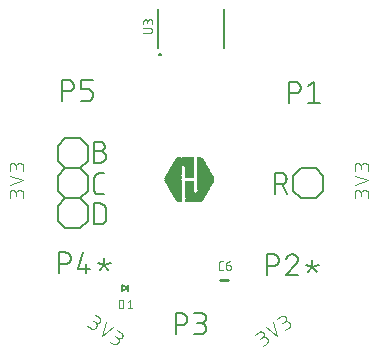
<source format=gbr>
G04 EAGLE Gerber RS-274X export*
G75*
%MOMM*%
%FSLAX34Y34*%
%LPD*%
%INSilkscreen Top*%
%IPPOS*%
%AMOC8*
5,1,8,0,0,1.08239X$1,22.5*%
G01*
%ADD10C,0.101600*%
%ADD11C,0.152400*%
%ADD12C,0.127000*%
%ADD13C,0.076200*%
%ADD14C,0.254000*%
%ADD15C,0.200000*%
%ADD16R,0.259075X0.015238*%
%ADD17R,1.310638X0.015238*%
%ADD18R,0.015238X0.015238*%
%ADD19R,0.304800X0.015238*%
%ADD20R,1.356356X0.015238*%
%ADD21R,0.335275X0.015238*%
%ADD22R,1.402075X0.015238*%
%ADD23R,0.365756X0.015238*%
%ADD24R,1.417319X0.015238*%
%ADD25R,0.381000X0.015238*%
%ADD26R,1.447800X0.015238*%
%ADD27R,0.396238X0.015238*%
%ADD28R,1.463037X0.015238*%
%ADD29R,0.411475X0.015238*%
%ADD30R,1.478275X0.015238*%
%ADD31R,0.426719X0.015238*%
%ADD32R,1.493519X0.015238*%
%ADD33R,0.441956X0.015238*%
%ADD34R,1.508756X0.015238*%
%ADD35R,0.457200X0.015238*%
%ADD36R,1.524000X0.015238*%
%ADD37R,0.472438X0.015238*%
%ADD38R,1.539238X0.015238*%
%ADD39R,0.487675X0.015238*%
%ADD40R,1.554475X0.015238*%
%ADD41R,0.502919X0.015238*%
%ADD42R,1.569719X0.015238*%
%ADD43R,0.518156X0.015238*%
%ADD44R,1.584956X0.015238*%
%ADD45R,0.533400X0.015238*%
%ADD46R,1.600200X0.015238*%
%ADD47R,0.548638X0.015238*%
%ADD48R,1.615438X0.015238*%
%ADD49R,0.563875X0.015238*%
%ADD50R,1.630675X0.015238*%
%ADD51R,0.579119X0.015238*%
%ADD52R,1.645919X0.015238*%
%ADD53R,0.594356X0.015238*%
%ADD54R,1.661156X0.015238*%
%ADD55R,0.609600X0.015238*%
%ADD56R,1.676400X0.015238*%
%ADD57R,0.624838X0.015238*%
%ADD58R,1.691638X0.015238*%
%ADD59R,0.640075X0.015238*%
%ADD60R,1.706875X0.015238*%
%ADD61R,0.655319X0.015238*%
%ADD62R,1.722119X0.015238*%
%ADD63R,0.670556X0.015238*%
%ADD64R,1.737356X0.015238*%
%ADD65R,0.685800X0.015238*%
%ADD66R,1.752600X0.015238*%
%ADD67R,0.701037X0.015238*%
%ADD68R,0.716275X0.015238*%
%ADD69R,0.731519X0.015238*%
%ADD70R,1.767838X0.015238*%
%ADD71R,1.783075X0.015238*%
%ADD72R,0.746756X0.015238*%
%ADD73R,1.798319X0.015238*%
%ADD74R,0.030481X0.015238*%
%ADD75R,0.762000X0.015238*%
%ADD76R,0.807719X0.015238*%
%ADD77R,0.868681X0.015238*%
%ADD78R,0.777238X0.015238*%
%ADD79R,0.853438X0.015238*%
%ADD80R,0.838200X0.015238*%
%ADD81R,0.792475X0.015238*%
%ADD82R,0.822963X0.015238*%
%ADD83R,0.822956X0.015238*%
%ADD84R,0.868675X0.015238*%
%ADD85R,0.883919X0.015238*%
%ADD86R,0.899156X0.015238*%
%ADD87R,0.914400X0.015238*%
%ADD88R,0.929638X0.015238*%
%ADD89R,0.944875X0.015238*%
%ADD90R,0.960119X0.015238*%
%ADD91R,0.975356X0.015238*%
%ADD92R,0.990600X0.015238*%
%ADD93R,1.005837X0.015238*%
%ADD94R,1.021075X0.015238*%
%ADD95R,1.036319X0.015238*%
%ADD96R,1.051556X0.015238*%
%ADD97R,1.066800X0.015238*%
%ADD98R,1.082037X0.015238*%
%ADD99R,1.097275X0.015238*%
%ADD100R,1.112519X0.015238*%
%ADD101R,1.127756X0.015238*%
%ADD102R,1.143000X0.015238*%
%ADD103R,1.158238X0.015238*%
%ADD104R,1.173475X0.015238*%
%ADD105R,1.188719X0.015238*%
%ADD106R,1.203956X0.015238*%
%ADD107R,1.219200X0.015238*%
%ADD108R,1.234438X0.015238*%
%ADD109R,1.249675X0.015238*%
%ADD110R,1.264919X0.015238*%
%ADD111R,1.280156X0.015238*%
%ADD112R,1.295400X0.015238*%
%ADD113R,1.325875X0.015238*%
%ADD114R,0.670563X0.015238*%
%ADD115R,1.341119X0.015238*%
%ADD116R,1.371600X0.015238*%
%ADD117R,1.386838X0.015238*%
%ADD118R,0.045719X0.015238*%
%ADD119R,0.060956X0.015238*%
%ADD120R,1.432556X0.015238*%
%ADD121R,0.106681X0.015238*%
%ADD122R,0.121919X0.015238*%
%ADD123R,0.152400X0.015238*%
%ADD124R,0.182875X0.015238*%
%ADD125R,0.030475X0.015238*%
%ADD126R,0.213363X0.015238*%
%ADD127R,0.076200X0.015238*%
%ADD128R,0.320038X0.015238*%
%ADD129R,0.243838X0.015238*%
%ADD130R,0.106675X0.015238*%
%ADD131R,0.274319X0.015238*%
%ADD132R,0.259081X0.015238*%
%ADD133R,0.198119X0.015238*%
%ADD134R,0.228600X0.015238*%


D10*
X152686Y134549D02*
X152686Y137795D01*
X152684Y137908D01*
X152678Y138021D01*
X152668Y138134D01*
X152654Y138247D01*
X152637Y138359D01*
X152615Y138470D01*
X152590Y138580D01*
X152560Y138690D01*
X152527Y138798D01*
X152490Y138905D01*
X152450Y139011D01*
X152405Y139115D01*
X152357Y139218D01*
X152306Y139319D01*
X152251Y139418D01*
X152193Y139515D01*
X152131Y139610D01*
X152066Y139703D01*
X151998Y139793D01*
X151927Y139881D01*
X151852Y139967D01*
X151775Y140050D01*
X151695Y140130D01*
X151612Y140207D01*
X151526Y140282D01*
X151438Y140353D01*
X151348Y140421D01*
X151255Y140486D01*
X151160Y140548D01*
X151063Y140606D01*
X150964Y140661D01*
X150863Y140712D01*
X150760Y140760D01*
X150656Y140805D01*
X150550Y140845D01*
X150443Y140882D01*
X150335Y140915D01*
X150225Y140945D01*
X150115Y140970D01*
X150004Y140992D01*
X149892Y141009D01*
X149779Y141023D01*
X149666Y141033D01*
X149553Y141039D01*
X149440Y141041D01*
X149327Y141039D01*
X149214Y141033D01*
X149101Y141023D01*
X148988Y141009D01*
X148876Y140992D01*
X148765Y140970D01*
X148655Y140945D01*
X148545Y140915D01*
X148437Y140882D01*
X148330Y140845D01*
X148224Y140805D01*
X148120Y140760D01*
X148017Y140712D01*
X147916Y140661D01*
X147817Y140606D01*
X147720Y140548D01*
X147625Y140486D01*
X147532Y140421D01*
X147442Y140353D01*
X147354Y140282D01*
X147268Y140207D01*
X147185Y140130D01*
X147105Y140050D01*
X147028Y139967D01*
X146953Y139881D01*
X146882Y139793D01*
X146814Y139703D01*
X146749Y139610D01*
X146687Y139515D01*
X146629Y139418D01*
X146574Y139319D01*
X146523Y139218D01*
X146475Y139115D01*
X146430Y139011D01*
X146390Y138905D01*
X146353Y138798D01*
X146320Y138690D01*
X146290Y138580D01*
X146265Y138470D01*
X146243Y138359D01*
X146226Y138247D01*
X146212Y138134D01*
X146202Y138021D01*
X146196Y137908D01*
X146194Y137795D01*
X141002Y138444D02*
X141002Y134549D01*
X141002Y138444D02*
X141004Y138545D01*
X141010Y138645D01*
X141020Y138745D01*
X141033Y138845D01*
X141051Y138944D01*
X141072Y139043D01*
X141097Y139140D01*
X141126Y139237D01*
X141159Y139332D01*
X141195Y139426D01*
X141235Y139518D01*
X141278Y139609D01*
X141325Y139698D01*
X141375Y139785D01*
X141429Y139871D01*
X141486Y139954D01*
X141546Y140034D01*
X141609Y140113D01*
X141676Y140189D01*
X141745Y140262D01*
X141817Y140332D01*
X141891Y140400D01*
X141968Y140465D01*
X142048Y140526D01*
X142130Y140585D01*
X142214Y140640D01*
X142300Y140692D01*
X142388Y140741D01*
X142478Y140786D01*
X142570Y140828D01*
X142663Y140866D01*
X142758Y140900D01*
X142853Y140931D01*
X142950Y140958D01*
X143048Y140981D01*
X143147Y141001D01*
X143247Y141016D01*
X143347Y141028D01*
X143447Y141036D01*
X143548Y141040D01*
X143648Y141040D01*
X143749Y141036D01*
X143849Y141028D01*
X143949Y141016D01*
X144049Y141001D01*
X144148Y140981D01*
X144246Y140958D01*
X144343Y140931D01*
X144438Y140900D01*
X144533Y140866D01*
X144626Y140828D01*
X144718Y140786D01*
X144808Y140741D01*
X144896Y140692D01*
X144982Y140640D01*
X145066Y140585D01*
X145148Y140526D01*
X145228Y140465D01*
X145305Y140400D01*
X145379Y140332D01*
X145451Y140262D01*
X145520Y140189D01*
X145587Y140113D01*
X145650Y140034D01*
X145710Y139954D01*
X145767Y139871D01*
X145821Y139785D01*
X145871Y139698D01*
X145918Y139609D01*
X145961Y139518D01*
X146001Y139426D01*
X146037Y139332D01*
X146070Y139237D01*
X146099Y139140D01*
X146124Y139043D01*
X146145Y138944D01*
X146163Y138845D01*
X146176Y138745D01*
X146186Y138645D01*
X146192Y138545D01*
X146194Y138444D01*
X146195Y138444D02*
X146195Y135848D01*
X141002Y145330D02*
X152686Y149225D01*
X141002Y153120D01*
X152686Y157409D02*
X152686Y160655D01*
X152684Y160768D01*
X152678Y160881D01*
X152668Y160994D01*
X152654Y161107D01*
X152637Y161219D01*
X152615Y161330D01*
X152590Y161440D01*
X152560Y161550D01*
X152527Y161658D01*
X152490Y161765D01*
X152450Y161871D01*
X152405Y161975D01*
X152357Y162078D01*
X152306Y162179D01*
X152251Y162278D01*
X152193Y162375D01*
X152131Y162470D01*
X152066Y162563D01*
X151998Y162653D01*
X151927Y162741D01*
X151852Y162827D01*
X151775Y162910D01*
X151695Y162990D01*
X151612Y163067D01*
X151526Y163142D01*
X151438Y163213D01*
X151348Y163281D01*
X151255Y163346D01*
X151160Y163408D01*
X151063Y163466D01*
X150964Y163521D01*
X150863Y163572D01*
X150760Y163620D01*
X150656Y163665D01*
X150550Y163705D01*
X150443Y163742D01*
X150335Y163775D01*
X150225Y163805D01*
X150115Y163830D01*
X150004Y163852D01*
X149892Y163869D01*
X149779Y163883D01*
X149666Y163893D01*
X149553Y163899D01*
X149440Y163901D01*
X149327Y163899D01*
X149214Y163893D01*
X149101Y163883D01*
X148988Y163869D01*
X148876Y163852D01*
X148765Y163830D01*
X148655Y163805D01*
X148545Y163775D01*
X148437Y163742D01*
X148330Y163705D01*
X148224Y163665D01*
X148120Y163620D01*
X148017Y163572D01*
X147916Y163521D01*
X147817Y163466D01*
X147720Y163408D01*
X147625Y163346D01*
X147532Y163281D01*
X147442Y163213D01*
X147354Y163142D01*
X147268Y163067D01*
X147185Y162990D01*
X147105Y162910D01*
X147028Y162827D01*
X146953Y162741D01*
X146882Y162653D01*
X146814Y162563D01*
X146749Y162470D01*
X146687Y162375D01*
X146629Y162278D01*
X146574Y162179D01*
X146523Y162078D01*
X146475Y161975D01*
X146430Y161871D01*
X146390Y161765D01*
X146353Y161658D01*
X146320Y161550D01*
X146290Y161440D01*
X146265Y161330D01*
X146243Y161219D01*
X146226Y161107D01*
X146212Y160994D01*
X146202Y160881D01*
X146196Y160768D01*
X146194Y160655D01*
X141002Y161304D02*
X141002Y157409D01*
X141002Y161304D02*
X141004Y161405D01*
X141010Y161505D01*
X141020Y161605D01*
X141033Y161705D01*
X141051Y161804D01*
X141072Y161903D01*
X141097Y162000D01*
X141126Y162097D01*
X141159Y162192D01*
X141195Y162286D01*
X141235Y162378D01*
X141278Y162469D01*
X141325Y162558D01*
X141375Y162645D01*
X141429Y162731D01*
X141486Y162814D01*
X141546Y162894D01*
X141609Y162973D01*
X141676Y163049D01*
X141745Y163122D01*
X141817Y163192D01*
X141891Y163260D01*
X141968Y163325D01*
X142048Y163386D01*
X142130Y163445D01*
X142214Y163500D01*
X142300Y163552D01*
X142388Y163601D01*
X142478Y163646D01*
X142570Y163688D01*
X142663Y163726D01*
X142758Y163760D01*
X142853Y163791D01*
X142950Y163818D01*
X143048Y163841D01*
X143147Y163861D01*
X143247Y163876D01*
X143347Y163888D01*
X143447Y163896D01*
X143548Y163900D01*
X143648Y163900D01*
X143749Y163896D01*
X143849Y163888D01*
X143949Y163876D01*
X144049Y163861D01*
X144148Y163841D01*
X144246Y163818D01*
X144343Y163791D01*
X144438Y163760D01*
X144533Y163726D01*
X144626Y163688D01*
X144718Y163646D01*
X144808Y163601D01*
X144896Y163552D01*
X144982Y163500D01*
X145066Y163445D01*
X145148Y163386D01*
X145228Y163325D01*
X145305Y163260D01*
X145379Y163192D01*
X145451Y163122D01*
X145520Y163049D01*
X145587Y162973D01*
X145650Y162894D01*
X145710Y162814D01*
X145767Y162731D01*
X145821Y162645D01*
X145871Y162558D01*
X145918Y162469D01*
X145961Y162378D01*
X146001Y162286D01*
X146037Y162192D01*
X146070Y162097D01*
X146099Y162000D01*
X146124Y161903D01*
X146145Y161804D01*
X146163Y161705D01*
X146176Y161605D01*
X146186Y161505D01*
X146192Y161405D01*
X146194Y161304D01*
X146195Y161304D02*
X146195Y158708D01*
X66219Y10884D02*
X63561Y9022D01*
X66220Y10883D02*
X66311Y10950D01*
X66401Y11019D01*
X66488Y11092D01*
X66572Y11168D01*
X66653Y11247D01*
X66732Y11328D01*
X66808Y11412D01*
X66881Y11499D01*
X66950Y11589D01*
X67017Y11680D01*
X67080Y11774D01*
X67140Y11870D01*
X67197Y11968D01*
X67250Y12068D01*
X67300Y12170D01*
X67346Y12274D01*
X67388Y12379D01*
X67427Y12485D01*
X67462Y12593D01*
X67493Y12702D01*
X67521Y12812D01*
X67544Y12923D01*
X67564Y13034D01*
X67580Y13146D01*
X67592Y13259D01*
X67600Y13372D01*
X67604Y13485D01*
X67604Y13599D01*
X67600Y13712D01*
X67592Y13825D01*
X67580Y13938D01*
X67564Y14050D01*
X67544Y14161D01*
X67521Y14272D01*
X67493Y14382D01*
X67462Y14491D01*
X67427Y14599D01*
X67388Y14705D01*
X67346Y14810D01*
X67300Y14914D01*
X67250Y15016D01*
X67197Y15116D01*
X67140Y15214D01*
X67080Y15310D01*
X67017Y15404D01*
X66950Y15495D01*
X66881Y15585D01*
X66808Y15672D01*
X66732Y15756D01*
X66653Y15837D01*
X66572Y15916D01*
X66488Y15992D01*
X66401Y16065D01*
X66312Y16134D01*
X66220Y16201D01*
X66126Y16264D01*
X66030Y16324D01*
X65932Y16381D01*
X65832Y16434D01*
X65730Y16484D01*
X65626Y16530D01*
X65521Y16572D01*
X65415Y16611D01*
X65307Y16646D01*
X65198Y16677D01*
X65088Y16705D01*
X64977Y16728D01*
X64866Y16748D01*
X64754Y16764D01*
X64641Y16776D01*
X64528Y16784D01*
X64415Y16788D01*
X64301Y16788D01*
X64188Y16784D01*
X64075Y16776D01*
X63962Y16764D01*
X63850Y16748D01*
X63739Y16728D01*
X63628Y16705D01*
X63518Y16677D01*
X63409Y16646D01*
X63301Y16611D01*
X63195Y16572D01*
X63090Y16530D01*
X62986Y16484D01*
X62884Y16434D01*
X62784Y16381D01*
X62686Y16324D01*
X62590Y16264D01*
X62496Y16201D01*
X60049Y20827D02*
X56859Y18593D01*
X60049Y20827D02*
X60133Y20883D01*
X60218Y20936D01*
X60306Y20985D01*
X60395Y21031D01*
X60487Y21074D01*
X60580Y21113D01*
X60674Y21148D01*
X60769Y21180D01*
X60866Y21208D01*
X60964Y21232D01*
X61062Y21252D01*
X61162Y21269D01*
X61262Y21281D01*
X61362Y21290D01*
X61463Y21295D01*
X61563Y21296D01*
X61664Y21293D01*
X61764Y21286D01*
X61864Y21275D01*
X61964Y21261D01*
X62063Y21242D01*
X62161Y21220D01*
X62258Y21194D01*
X62355Y21164D01*
X62450Y21131D01*
X62543Y21094D01*
X62635Y21053D01*
X62726Y21008D01*
X62814Y20961D01*
X62901Y20909D01*
X62985Y20855D01*
X63068Y20797D01*
X63148Y20736D01*
X63226Y20672D01*
X63301Y20605D01*
X63374Y20536D01*
X63443Y20463D01*
X63510Y20388D01*
X63574Y20310D01*
X63635Y20230D01*
X63693Y20147D01*
X63747Y20063D01*
X63799Y19976D01*
X63846Y19888D01*
X63891Y19797D01*
X63932Y19705D01*
X63969Y19611D01*
X64002Y19517D01*
X64032Y19420D01*
X64058Y19323D01*
X64080Y19225D01*
X64099Y19126D01*
X64113Y19026D01*
X64124Y18926D01*
X64131Y18826D01*
X64134Y18725D01*
X64133Y18625D01*
X64128Y18524D01*
X64119Y18424D01*
X64107Y18324D01*
X64090Y18224D01*
X64070Y18126D01*
X64046Y18028D01*
X64018Y17931D01*
X63986Y17836D01*
X63951Y17742D01*
X63912Y17649D01*
X63869Y17557D01*
X63823Y17468D01*
X63774Y17380D01*
X63721Y17295D01*
X63665Y17211D01*
X63605Y17130D01*
X63543Y17051D01*
X63477Y16974D01*
X63409Y16900D01*
X63338Y16829D01*
X63264Y16761D01*
X63187Y16695D01*
X63108Y16633D01*
X63027Y16573D01*
X63028Y16573D02*
X60901Y15084D01*
X65690Y24777D02*
X75582Y17439D01*
X72071Y29244D01*
X82286Y22134D02*
X84945Y23995D01*
X85036Y24062D01*
X85126Y24131D01*
X85213Y24204D01*
X85297Y24280D01*
X85378Y24359D01*
X85457Y24440D01*
X85533Y24524D01*
X85606Y24611D01*
X85675Y24701D01*
X85742Y24792D01*
X85805Y24886D01*
X85865Y24982D01*
X85922Y25080D01*
X85975Y25180D01*
X86025Y25282D01*
X86071Y25386D01*
X86113Y25491D01*
X86152Y25597D01*
X86187Y25705D01*
X86218Y25814D01*
X86246Y25924D01*
X86269Y26035D01*
X86289Y26146D01*
X86305Y26258D01*
X86317Y26371D01*
X86325Y26484D01*
X86329Y26597D01*
X86329Y26711D01*
X86325Y26824D01*
X86317Y26937D01*
X86305Y27050D01*
X86289Y27162D01*
X86269Y27273D01*
X86246Y27384D01*
X86218Y27494D01*
X86187Y27603D01*
X86152Y27711D01*
X86113Y27817D01*
X86071Y27922D01*
X86025Y28026D01*
X85975Y28128D01*
X85922Y28228D01*
X85865Y28326D01*
X85805Y28422D01*
X85742Y28516D01*
X85675Y28607D01*
X85606Y28697D01*
X85533Y28784D01*
X85457Y28868D01*
X85378Y28949D01*
X85297Y29028D01*
X85213Y29104D01*
X85126Y29177D01*
X85037Y29246D01*
X84945Y29313D01*
X84851Y29376D01*
X84755Y29436D01*
X84657Y29493D01*
X84557Y29546D01*
X84455Y29596D01*
X84351Y29642D01*
X84246Y29684D01*
X84140Y29723D01*
X84032Y29758D01*
X83923Y29789D01*
X83813Y29817D01*
X83702Y29840D01*
X83591Y29860D01*
X83479Y29876D01*
X83366Y29888D01*
X83253Y29896D01*
X83140Y29900D01*
X83026Y29900D01*
X82913Y29896D01*
X82800Y29888D01*
X82687Y29876D01*
X82575Y29860D01*
X82464Y29840D01*
X82353Y29817D01*
X82243Y29789D01*
X82134Y29758D01*
X82026Y29723D01*
X81920Y29684D01*
X81815Y29642D01*
X81711Y29596D01*
X81609Y29546D01*
X81509Y29493D01*
X81411Y29436D01*
X81315Y29376D01*
X81221Y29313D01*
X78775Y33939D02*
X75585Y31705D01*
X78775Y33939D02*
X78859Y33995D01*
X78944Y34048D01*
X79032Y34097D01*
X79121Y34143D01*
X79213Y34186D01*
X79306Y34225D01*
X79400Y34260D01*
X79495Y34292D01*
X79592Y34320D01*
X79690Y34344D01*
X79788Y34364D01*
X79888Y34381D01*
X79988Y34393D01*
X80088Y34402D01*
X80189Y34407D01*
X80289Y34408D01*
X80390Y34405D01*
X80490Y34398D01*
X80590Y34387D01*
X80690Y34373D01*
X80789Y34354D01*
X80887Y34332D01*
X80984Y34306D01*
X81081Y34276D01*
X81176Y34243D01*
X81269Y34206D01*
X81361Y34165D01*
X81452Y34120D01*
X81540Y34073D01*
X81627Y34021D01*
X81711Y33967D01*
X81794Y33909D01*
X81874Y33848D01*
X81952Y33784D01*
X82027Y33717D01*
X82100Y33648D01*
X82169Y33575D01*
X82236Y33500D01*
X82300Y33422D01*
X82361Y33342D01*
X82419Y33259D01*
X82473Y33175D01*
X82525Y33088D01*
X82572Y33000D01*
X82617Y32909D01*
X82658Y32817D01*
X82695Y32723D01*
X82728Y32629D01*
X82758Y32532D01*
X82784Y32435D01*
X82806Y32337D01*
X82825Y32238D01*
X82839Y32138D01*
X82850Y32038D01*
X82857Y31938D01*
X82860Y31837D01*
X82859Y31737D01*
X82854Y31636D01*
X82845Y31536D01*
X82833Y31436D01*
X82816Y31336D01*
X82796Y31238D01*
X82772Y31140D01*
X82744Y31043D01*
X82712Y30948D01*
X82677Y30854D01*
X82638Y30761D01*
X82595Y30669D01*
X82549Y30580D01*
X82500Y30492D01*
X82447Y30407D01*
X82391Y30323D01*
X82331Y30242D01*
X82269Y30163D01*
X82203Y30086D01*
X82135Y30012D01*
X82064Y29941D01*
X81990Y29873D01*
X81913Y29807D01*
X81834Y29745D01*
X81753Y29685D01*
X79627Y28196D01*
X-82564Y23995D02*
X-85222Y25857D01*
X-82564Y23995D02*
X-82470Y23932D01*
X-82374Y23872D01*
X-82276Y23815D01*
X-82176Y23762D01*
X-82074Y23712D01*
X-81970Y23666D01*
X-81865Y23624D01*
X-81759Y23585D01*
X-81651Y23550D01*
X-81542Y23519D01*
X-81432Y23491D01*
X-81321Y23468D01*
X-81210Y23448D01*
X-81098Y23432D01*
X-80985Y23420D01*
X-80872Y23412D01*
X-80759Y23408D01*
X-80645Y23408D01*
X-80532Y23412D01*
X-80419Y23420D01*
X-80306Y23432D01*
X-80194Y23448D01*
X-80083Y23468D01*
X-79972Y23491D01*
X-79862Y23519D01*
X-79753Y23550D01*
X-79645Y23585D01*
X-79539Y23624D01*
X-79434Y23666D01*
X-79330Y23712D01*
X-79228Y23762D01*
X-79128Y23815D01*
X-79030Y23872D01*
X-78934Y23932D01*
X-78840Y23995D01*
X-78749Y24062D01*
X-78659Y24131D01*
X-78572Y24204D01*
X-78488Y24280D01*
X-78407Y24359D01*
X-78328Y24440D01*
X-78252Y24524D01*
X-78179Y24611D01*
X-78110Y24701D01*
X-78043Y24792D01*
X-77980Y24886D01*
X-77920Y24982D01*
X-77863Y25080D01*
X-77810Y25180D01*
X-77760Y25282D01*
X-77714Y25386D01*
X-77672Y25491D01*
X-77633Y25597D01*
X-77598Y25705D01*
X-77567Y25814D01*
X-77539Y25924D01*
X-77516Y26035D01*
X-77496Y26146D01*
X-77480Y26258D01*
X-77468Y26371D01*
X-77460Y26484D01*
X-77456Y26597D01*
X-77456Y26711D01*
X-77460Y26824D01*
X-77468Y26937D01*
X-77480Y27050D01*
X-77496Y27162D01*
X-77516Y27273D01*
X-77539Y27384D01*
X-77567Y27494D01*
X-77598Y27603D01*
X-77633Y27711D01*
X-77672Y27817D01*
X-77714Y27922D01*
X-77760Y28026D01*
X-77810Y28128D01*
X-77863Y28228D01*
X-77920Y28326D01*
X-77980Y28422D01*
X-78043Y28516D01*
X-78110Y28607D01*
X-78179Y28697D01*
X-78252Y28784D01*
X-78328Y28868D01*
X-78407Y28949D01*
X-78488Y29028D01*
X-78572Y29104D01*
X-78659Y29177D01*
X-78748Y29246D01*
X-78840Y29313D01*
X-75330Y33194D02*
X-78521Y35428D01*
X-75331Y33194D02*
X-75250Y33134D01*
X-75171Y33072D01*
X-75094Y33006D01*
X-75020Y32938D01*
X-74949Y32867D01*
X-74881Y32793D01*
X-74815Y32716D01*
X-74753Y32637D01*
X-74693Y32556D01*
X-74637Y32472D01*
X-74584Y32387D01*
X-74535Y32299D01*
X-74489Y32210D01*
X-74446Y32118D01*
X-74407Y32025D01*
X-74372Y31931D01*
X-74340Y31836D01*
X-74312Y31739D01*
X-74288Y31641D01*
X-74268Y31543D01*
X-74251Y31443D01*
X-74239Y31343D01*
X-74230Y31243D01*
X-74225Y31142D01*
X-74224Y31042D01*
X-74227Y30941D01*
X-74234Y30841D01*
X-74245Y30741D01*
X-74259Y30641D01*
X-74278Y30542D01*
X-74300Y30444D01*
X-74326Y30347D01*
X-74356Y30250D01*
X-74389Y30156D01*
X-74426Y30062D01*
X-74467Y29970D01*
X-74512Y29879D01*
X-74559Y29791D01*
X-74611Y29704D01*
X-74665Y29620D01*
X-74723Y29537D01*
X-74784Y29457D01*
X-74848Y29379D01*
X-74915Y29304D01*
X-74984Y29231D01*
X-75057Y29162D01*
X-75132Y29095D01*
X-75210Y29031D01*
X-75290Y28970D01*
X-75373Y28912D01*
X-75457Y28858D01*
X-75544Y28806D01*
X-75632Y28759D01*
X-75723Y28714D01*
X-75815Y28673D01*
X-75908Y28636D01*
X-76003Y28603D01*
X-76100Y28573D01*
X-76197Y28547D01*
X-76295Y28525D01*
X-76394Y28506D01*
X-76494Y28492D01*
X-76594Y28481D01*
X-76694Y28474D01*
X-76795Y28471D01*
X-76895Y28472D01*
X-76996Y28477D01*
X-77096Y28486D01*
X-77196Y28498D01*
X-77296Y28515D01*
X-77394Y28535D01*
X-77492Y28559D01*
X-77589Y28587D01*
X-77684Y28619D01*
X-77778Y28654D01*
X-77871Y28693D01*
X-77963Y28736D01*
X-78052Y28782D01*
X-78140Y28831D01*
X-78225Y28884D01*
X-78309Y28940D01*
X-80436Y30430D01*
X-69689Y29244D02*
X-73201Y17439D01*
X-63309Y24777D01*
X-66496Y12745D02*
X-63838Y10883D01*
X-63744Y10820D01*
X-63648Y10760D01*
X-63550Y10703D01*
X-63450Y10650D01*
X-63348Y10600D01*
X-63244Y10554D01*
X-63139Y10512D01*
X-63033Y10473D01*
X-62925Y10438D01*
X-62816Y10407D01*
X-62706Y10379D01*
X-62595Y10356D01*
X-62484Y10336D01*
X-62372Y10320D01*
X-62259Y10308D01*
X-62146Y10300D01*
X-62033Y10296D01*
X-61919Y10296D01*
X-61806Y10300D01*
X-61693Y10308D01*
X-61580Y10320D01*
X-61468Y10336D01*
X-61357Y10356D01*
X-61246Y10379D01*
X-61136Y10407D01*
X-61027Y10438D01*
X-60919Y10473D01*
X-60813Y10512D01*
X-60708Y10554D01*
X-60604Y10600D01*
X-60502Y10650D01*
X-60402Y10703D01*
X-60304Y10760D01*
X-60208Y10820D01*
X-60114Y10883D01*
X-60023Y10950D01*
X-59933Y11019D01*
X-59846Y11092D01*
X-59762Y11168D01*
X-59681Y11247D01*
X-59602Y11328D01*
X-59526Y11412D01*
X-59453Y11499D01*
X-59384Y11589D01*
X-59317Y11680D01*
X-59254Y11774D01*
X-59194Y11870D01*
X-59137Y11968D01*
X-59084Y12068D01*
X-59034Y12170D01*
X-58988Y12274D01*
X-58946Y12379D01*
X-58907Y12485D01*
X-58872Y12593D01*
X-58841Y12702D01*
X-58813Y12812D01*
X-58790Y12923D01*
X-58770Y13034D01*
X-58754Y13146D01*
X-58742Y13259D01*
X-58734Y13372D01*
X-58730Y13485D01*
X-58730Y13599D01*
X-58734Y13712D01*
X-58742Y13825D01*
X-58754Y13938D01*
X-58770Y14050D01*
X-58790Y14161D01*
X-58813Y14272D01*
X-58841Y14382D01*
X-58872Y14491D01*
X-58907Y14599D01*
X-58946Y14705D01*
X-58988Y14810D01*
X-59034Y14914D01*
X-59084Y15016D01*
X-59137Y15116D01*
X-59194Y15214D01*
X-59254Y15310D01*
X-59317Y15404D01*
X-59384Y15495D01*
X-59453Y15585D01*
X-59526Y15672D01*
X-59602Y15756D01*
X-59681Y15837D01*
X-59762Y15916D01*
X-59846Y15992D01*
X-59933Y16065D01*
X-60022Y16134D01*
X-60114Y16201D01*
X-56604Y20082D02*
X-59795Y22316D01*
X-56605Y20082D02*
X-56524Y20022D01*
X-56445Y19960D01*
X-56368Y19894D01*
X-56294Y19826D01*
X-56223Y19755D01*
X-56155Y19681D01*
X-56089Y19604D01*
X-56027Y19525D01*
X-55967Y19444D01*
X-55911Y19360D01*
X-55858Y19275D01*
X-55809Y19187D01*
X-55763Y19098D01*
X-55720Y19006D01*
X-55681Y18913D01*
X-55646Y18819D01*
X-55614Y18724D01*
X-55586Y18627D01*
X-55562Y18529D01*
X-55542Y18431D01*
X-55525Y18331D01*
X-55513Y18231D01*
X-55504Y18131D01*
X-55499Y18030D01*
X-55498Y17930D01*
X-55501Y17829D01*
X-55508Y17729D01*
X-55519Y17629D01*
X-55533Y17529D01*
X-55552Y17430D01*
X-55574Y17332D01*
X-55600Y17235D01*
X-55630Y17138D01*
X-55663Y17044D01*
X-55700Y16950D01*
X-55741Y16858D01*
X-55786Y16767D01*
X-55833Y16679D01*
X-55885Y16592D01*
X-55939Y16508D01*
X-55997Y16425D01*
X-56058Y16345D01*
X-56122Y16267D01*
X-56189Y16192D01*
X-56258Y16119D01*
X-56331Y16050D01*
X-56406Y15983D01*
X-56484Y15919D01*
X-56564Y15858D01*
X-56647Y15800D01*
X-56731Y15746D01*
X-56818Y15694D01*
X-56906Y15647D01*
X-56997Y15602D01*
X-57089Y15561D01*
X-57182Y15524D01*
X-57277Y15491D01*
X-57374Y15461D01*
X-57471Y15435D01*
X-57569Y15413D01*
X-57668Y15394D01*
X-57768Y15380D01*
X-57868Y15369D01*
X-57968Y15362D01*
X-58069Y15359D01*
X-58169Y15360D01*
X-58270Y15365D01*
X-58370Y15374D01*
X-58470Y15386D01*
X-58570Y15403D01*
X-58668Y15423D01*
X-58766Y15447D01*
X-58863Y15475D01*
X-58958Y15507D01*
X-59052Y15542D01*
X-59145Y15581D01*
X-59237Y15624D01*
X-59326Y15670D01*
X-59414Y15719D01*
X-59499Y15772D01*
X-59583Y15828D01*
X-61710Y17318D01*
X-139414Y134549D02*
X-139414Y137795D01*
X-139416Y137908D01*
X-139422Y138021D01*
X-139432Y138134D01*
X-139446Y138247D01*
X-139463Y138359D01*
X-139485Y138470D01*
X-139510Y138580D01*
X-139540Y138690D01*
X-139573Y138798D01*
X-139610Y138905D01*
X-139650Y139011D01*
X-139695Y139115D01*
X-139743Y139218D01*
X-139794Y139319D01*
X-139849Y139418D01*
X-139907Y139515D01*
X-139969Y139610D01*
X-140034Y139703D01*
X-140102Y139793D01*
X-140173Y139881D01*
X-140248Y139967D01*
X-140325Y140050D01*
X-140405Y140130D01*
X-140488Y140207D01*
X-140574Y140282D01*
X-140662Y140353D01*
X-140752Y140421D01*
X-140845Y140486D01*
X-140940Y140548D01*
X-141037Y140606D01*
X-141136Y140661D01*
X-141237Y140712D01*
X-141340Y140760D01*
X-141444Y140805D01*
X-141550Y140845D01*
X-141657Y140882D01*
X-141765Y140915D01*
X-141875Y140945D01*
X-141985Y140970D01*
X-142096Y140992D01*
X-142208Y141009D01*
X-142321Y141023D01*
X-142434Y141033D01*
X-142547Y141039D01*
X-142660Y141041D01*
X-142773Y141039D01*
X-142886Y141033D01*
X-142999Y141023D01*
X-143112Y141009D01*
X-143224Y140992D01*
X-143335Y140970D01*
X-143445Y140945D01*
X-143555Y140915D01*
X-143663Y140882D01*
X-143770Y140845D01*
X-143876Y140805D01*
X-143980Y140760D01*
X-144083Y140712D01*
X-144184Y140661D01*
X-144283Y140606D01*
X-144380Y140548D01*
X-144475Y140486D01*
X-144568Y140421D01*
X-144658Y140353D01*
X-144746Y140282D01*
X-144832Y140207D01*
X-144915Y140130D01*
X-144995Y140050D01*
X-145072Y139967D01*
X-145147Y139881D01*
X-145218Y139793D01*
X-145286Y139703D01*
X-145351Y139610D01*
X-145413Y139515D01*
X-145471Y139418D01*
X-145526Y139319D01*
X-145577Y139218D01*
X-145625Y139115D01*
X-145670Y139011D01*
X-145710Y138905D01*
X-145747Y138798D01*
X-145780Y138690D01*
X-145810Y138580D01*
X-145835Y138470D01*
X-145857Y138359D01*
X-145874Y138247D01*
X-145888Y138134D01*
X-145898Y138021D01*
X-145904Y137908D01*
X-145906Y137795D01*
X-151098Y138444D02*
X-151098Y134549D01*
X-151098Y138444D02*
X-151096Y138545D01*
X-151090Y138645D01*
X-151080Y138745D01*
X-151067Y138845D01*
X-151049Y138944D01*
X-151028Y139043D01*
X-151003Y139140D01*
X-150974Y139237D01*
X-150941Y139332D01*
X-150905Y139426D01*
X-150865Y139518D01*
X-150822Y139609D01*
X-150775Y139698D01*
X-150725Y139785D01*
X-150671Y139871D01*
X-150614Y139954D01*
X-150554Y140034D01*
X-150491Y140113D01*
X-150424Y140189D01*
X-150355Y140262D01*
X-150283Y140332D01*
X-150209Y140400D01*
X-150132Y140465D01*
X-150052Y140526D01*
X-149970Y140585D01*
X-149886Y140640D01*
X-149800Y140692D01*
X-149712Y140741D01*
X-149622Y140786D01*
X-149530Y140828D01*
X-149437Y140866D01*
X-149342Y140900D01*
X-149247Y140931D01*
X-149150Y140958D01*
X-149052Y140981D01*
X-148953Y141001D01*
X-148853Y141016D01*
X-148753Y141028D01*
X-148653Y141036D01*
X-148552Y141040D01*
X-148452Y141040D01*
X-148351Y141036D01*
X-148251Y141028D01*
X-148151Y141016D01*
X-148051Y141001D01*
X-147952Y140981D01*
X-147854Y140958D01*
X-147757Y140931D01*
X-147662Y140900D01*
X-147567Y140866D01*
X-147474Y140828D01*
X-147382Y140786D01*
X-147292Y140741D01*
X-147204Y140692D01*
X-147118Y140640D01*
X-147034Y140585D01*
X-146952Y140526D01*
X-146872Y140465D01*
X-146795Y140400D01*
X-146721Y140332D01*
X-146649Y140262D01*
X-146580Y140189D01*
X-146513Y140113D01*
X-146450Y140034D01*
X-146390Y139954D01*
X-146333Y139871D01*
X-146279Y139785D01*
X-146229Y139698D01*
X-146182Y139609D01*
X-146139Y139518D01*
X-146099Y139426D01*
X-146063Y139332D01*
X-146030Y139237D01*
X-146001Y139140D01*
X-145976Y139043D01*
X-145955Y138944D01*
X-145937Y138845D01*
X-145924Y138745D01*
X-145914Y138645D01*
X-145908Y138545D01*
X-145906Y138444D01*
X-145905Y138444D02*
X-145905Y135848D01*
X-151098Y145330D02*
X-139414Y149225D01*
X-151098Y153120D01*
X-139414Y157409D02*
X-139414Y160655D01*
X-139416Y160768D01*
X-139422Y160881D01*
X-139432Y160994D01*
X-139446Y161107D01*
X-139463Y161219D01*
X-139485Y161330D01*
X-139510Y161440D01*
X-139540Y161550D01*
X-139573Y161658D01*
X-139610Y161765D01*
X-139650Y161871D01*
X-139695Y161975D01*
X-139743Y162078D01*
X-139794Y162179D01*
X-139849Y162278D01*
X-139907Y162375D01*
X-139969Y162470D01*
X-140034Y162563D01*
X-140102Y162653D01*
X-140173Y162741D01*
X-140248Y162827D01*
X-140325Y162910D01*
X-140405Y162990D01*
X-140488Y163067D01*
X-140574Y163142D01*
X-140662Y163213D01*
X-140752Y163281D01*
X-140845Y163346D01*
X-140940Y163408D01*
X-141037Y163466D01*
X-141136Y163521D01*
X-141237Y163572D01*
X-141340Y163620D01*
X-141444Y163665D01*
X-141550Y163705D01*
X-141657Y163742D01*
X-141765Y163775D01*
X-141875Y163805D01*
X-141985Y163830D01*
X-142096Y163852D01*
X-142208Y163869D01*
X-142321Y163883D01*
X-142434Y163893D01*
X-142547Y163899D01*
X-142660Y163901D01*
X-142773Y163899D01*
X-142886Y163893D01*
X-142999Y163883D01*
X-143112Y163869D01*
X-143224Y163852D01*
X-143335Y163830D01*
X-143445Y163805D01*
X-143555Y163775D01*
X-143663Y163742D01*
X-143770Y163705D01*
X-143876Y163665D01*
X-143980Y163620D01*
X-144083Y163572D01*
X-144184Y163521D01*
X-144283Y163466D01*
X-144380Y163408D01*
X-144475Y163346D01*
X-144568Y163281D01*
X-144658Y163213D01*
X-144746Y163142D01*
X-144832Y163067D01*
X-144915Y162990D01*
X-144995Y162910D01*
X-145072Y162827D01*
X-145147Y162741D01*
X-145218Y162653D01*
X-145286Y162563D01*
X-145351Y162470D01*
X-145413Y162375D01*
X-145471Y162278D01*
X-145526Y162179D01*
X-145577Y162078D01*
X-145625Y161975D01*
X-145670Y161871D01*
X-145710Y161765D01*
X-145747Y161658D01*
X-145780Y161550D01*
X-145810Y161440D01*
X-145835Y161330D01*
X-145857Y161219D01*
X-145874Y161107D01*
X-145888Y160994D01*
X-145898Y160881D01*
X-145904Y160768D01*
X-145906Y160655D01*
X-151098Y161304D02*
X-151098Y157409D01*
X-151098Y161304D02*
X-151096Y161405D01*
X-151090Y161505D01*
X-151080Y161605D01*
X-151067Y161705D01*
X-151049Y161804D01*
X-151028Y161903D01*
X-151003Y162000D01*
X-150974Y162097D01*
X-150941Y162192D01*
X-150905Y162286D01*
X-150865Y162378D01*
X-150822Y162469D01*
X-150775Y162558D01*
X-150725Y162645D01*
X-150671Y162731D01*
X-150614Y162814D01*
X-150554Y162894D01*
X-150491Y162973D01*
X-150424Y163049D01*
X-150355Y163122D01*
X-150283Y163192D01*
X-150209Y163260D01*
X-150132Y163325D01*
X-150052Y163386D01*
X-149970Y163445D01*
X-149886Y163500D01*
X-149800Y163552D01*
X-149712Y163601D01*
X-149622Y163646D01*
X-149530Y163688D01*
X-149437Y163726D01*
X-149342Y163760D01*
X-149247Y163791D01*
X-149150Y163818D01*
X-149052Y163841D01*
X-148953Y163861D01*
X-148853Y163876D01*
X-148753Y163888D01*
X-148653Y163896D01*
X-148552Y163900D01*
X-148452Y163900D01*
X-148351Y163896D01*
X-148251Y163888D01*
X-148151Y163876D01*
X-148051Y163861D01*
X-147952Y163841D01*
X-147854Y163818D01*
X-147757Y163791D01*
X-147662Y163760D01*
X-147567Y163726D01*
X-147474Y163688D01*
X-147382Y163646D01*
X-147292Y163601D01*
X-147204Y163552D01*
X-147118Y163500D01*
X-147034Y163445D01*
X-146952Y163386D01*
X-146872Y163325D01*
X-146795Y163260D01*
X-146721Y163192D01*
X-146649Y163122D01*
X-146580Y163049D01*
X-146513Y162973D01*
X-146450Y162894D01*
X-146390Y162814D01*
X-146333Y162731D01*
X-146279Y162645D01*
X-146229Y162558D01*
X-146182Y162469D01*
X-146139Y162378D01*
X-146099Y162286D01*
X-146063Y162192D01*
X-146030Y162097D01*
X-146001Y162000D01*
X-145976Y161903D01*
X-145955Y161804D01*
X-145937Y161705D01*
X-145924Y161605D01*
X-145914Y161505D01*
X-145908Y161405D01*
X-145906Y161304D01*
X-145905Y161304D02*
X-145905Y158708D01*
D11*
X85489Y214948D02*
X85489Y232728D01*
X90428Y232728D01*
X90568Y232726D01*
X90707Y232720D01*
X90847Y232710D01*
X90986Y232696D01*
X91125Y232679D01*
X91263Y232657D01*
X91400Y232631D01*
X91537Y232602D01*
X91673Y232569D01*
X91807Y232532D01*
X91941Y232491D01*
X92073Y232446D01*
X92205Y232397D01*
X92334Y232345D01*
X92462Y232290D01*
X92589Y232230D01*
X92714Y232167D01*
X92837Y232101D01*
X92958Y232031D01*
X93077Y231958D01*
X93194Y231881D01*
X93308Y231801D01*
X93421Y231718D01*
X93531Y231632D01*
X93638Y231542D01*
X93743Y231450D01*
X93845Y231355D01*
X93945Y231257D01*
X94042Y231156D01*
X94136Y231052D01*
X94226Y230946D01*
X94314Y230837D01*
X94399Y230726D01*
X94480Y230612D01*
X94559Y230497D01*
X94634Y230379D01*
X94705Y230259D01*
X94773Y230136D01*
X94838Y230013D01*
X94899Y229887D01*
X94957Y229759D01*
X95011Y229631D01*
X95061Y229500D01*
X95108Y229368D01*
X95151Y229235D01*
X95190Y229101D01*
X95225Y228966D01*
X95256Y228830D01*
X95284Y228692D01*
X95307Y228555D01*
X95327Y228416D01*
X95343Y228277D01*
X95355Y228138D01*
X95363Y227999D01*
X95367Y227859D01*
X95367Y227719D01*
X95363Y227579D01*
X95355Y227440D01*
X95343Y227301D01*
X95327Y227162D01*
X95307Y227023D01*
X95284Y226886D01*
X95256Y226748D01*
X95225Y226612D01*
X95190Y226477D01*
X95151Y226343D01*
X95108Y226210D01*
X95061Y226078D01*
X95011Y225947D01*
X94957Y225819D01*
X94899Y225691D01*
X94838Y225565D01*
X94773Y225442D01*
X94705Y225320D01*
X94634Y225199D01*
X94559Y225081D01*
X94480Y224966D01*
X94399Y224852D01*
X94314Y224741D01*
X94226Y224632D01*
X94136Y224526D01*
X94042Y224422D01*
X93945Y224321D01*
X93845Y224223D01*
X93743Y224128D01*
X93638Y224036D01*
X93531Y223946D01*
X93421Y223860D01*
X93308Y223777D01*
X93194Y223697D01*
X93077Y223620D01*
X92958Y223547D01*
X92837Y223477D01*
X92714Y223411D01*
X92589Y223348D01*
X92462Y223288D01*
X92334Y223233D01*
X92205Y223181D01*
X92073Y223132D01*
X91941Y223087D01*
X91807Y223046D01*
X91673Y223009D01*
X91537Y222976D01*
X91400Y222947D01*
X91263Y222921D01*
X91125Y222899D01*
X90986Y222882D01*
X90847Y222868D01*
X90707Y222858D01*
X90568Y222852D01*
X90428Y222850D01*
X85489Y222850D01*
X101484Y228776D02*
X106423Y232728D01*
X106423Y214948D01*
X111361Y214948D02*
X101484Y214948D01*
X-10555Y36671D02*
X-10555Y18891D01*
X-10555Y36671D02*
X-5616Y36671D01*
X-5476Y36669D01*
X-5337Y36663D01*
X-5197Y36653D01*
X-5058Y36639D01*
X-4919Y36622D01*
X-4781Y36600D01*
X-4644Y36574D01*
X-4507Y36545D01*
X-4371Y36512D01*
X-4237Y36475D01*
X-4103Y36434D01*
X-3971Y36389D01*
X-3839Y36340D01*
X-3710Y36288D01*
X-3582Y36233D01*
X-3455Y36173D01*
X-3330Y36110D01*
X-3207Y36044D01*
X-3086Y35974D01*
X-2967Y35901D01*
X-2850Y35824D01*
X-2736Y35744D01*
X-2623Y35661D01*
X-2513Y35575D01*
X-2406Y35485D01*
X-2301Y35393D01*
X-2199Y35298D01*
X-2099Y35200D01*
X-2002Y35099D01*
X-1908Y34995D01*
X-1818Y34889D01*
X-1730Y34780D01*
X-1645Y34669D01*
X-1564Y34555D01*
X-1485Y34440D01*
X-1410Y34322D01*
X-1339Y34202D01*
X-1271Y34079D01*
X-1206Y33956D01*
X-1145Y33830D01*
X-1087Y33702D01*
X-1033Y33574D01*
X-983Y33443D01*
X-936Y33311D01*
X-893Y33178D01*
X-854Y33044D01*
X-819Y32909D01*
X-788Y32773D01*
X-760Y32635D01*
X-737Y32498D01*
X-717Y32359D01*
X-701Y32220D01*
X-689Y32081D01*
X-681Y31942D01*
X-677Y31802D01*
X-677Y31662D01*
X-681Y31522D01*
X-689Y31383D01*
X-701Y31244D01*
X-717Y31105D01*
X-737Y30966D01*
X-760Y30829D01*
X-788Y30691D01*
X-819Y30555D01*
X-854Y30420D01*
X-893Y30286D01*
X-936Y30153D01*
X-983Y30021D01*
X-1033Y29890D01*
X-1087Y29762D01*
X-1145Y29634D01*
X-1206Y29508D01*
X-1271Y29385D01*
X-1339Y29263D01*
X-1410Y29142D01*
X-1485Y29024D01*
X-1564Y28909D01*
X-1645Y28795D01*
X-1730Y28684D01*
X-1818Y28575D01*
X-1908Y28469D01*
X-2002Y28365D01*
X-2099Y28264D01*
X-2199Y28166D01*
X-2301Y28071D01*
X-2406Y27979D01*
X-2513Y27889D01*
X-2623Y27803D01*
X-2736Y27720D01*
X-2850Y27640D01*
X-2967Y27563D01*
X-3086Y27490D01*
X-3207Y27420D01*
X-3330Y27354D01*
X-3455Y27291D01*
X-3582Y27231D01*
X-3710Y27176D01*
X-3839Y27124D01*
X-3971Y27075D01*
X-4103Y27030D01*
X-4237Y26989D01*
X-4371Y26952D01*
X-4507Y26919D01*
X-4644Y26890D01*
X-4781Y26864D01*
X-4919Y26842D01*
X-5058Y26825D01*
X-5197Y26811D01*
X-5337Y26801D01*
X-5476Y26795D01*
X-5616Y26793D01*
X-10555Y26793D01*
X5440Y18891D02*
X10379Y18891D01*
X10519Y18893D01*
X10658Y18899D01*
X10798Y18909D01*
X10937Y18923D01*
X11076Y18940D01*
X11214Y18962D01*
X11351Y18988D01*
X11488Y19017D01*
X11624Y19050D01*
X11758Y19087D01*
X11892Y19128D01*
X12024Y19173D01*
X12156Y19222D01*
X12285Y19274D01*
X12413Y19329D01*
X12540Y19389D01*
X12665Y19452D01*
X12788Y19518D01*
X12909Y19588D01*
X13028Y19661D01*
X13145Y19738D01*
X13259Y19818D01*
X13372Y19901D01*
X13482Y19987D01*
X13589Y20077D01*
X13694Y20169D01*
X13796Y20264D01*
X13896Y20362D01*
X13993Y20463D01*
X14087Y20567D01*
X14177Y20673D01*
X14265Y20782D01*
X14350Y20893D01*
X14431Y21007D01*
X14510Y21122D01*
X14585Y21240D01*
X14656Y21361D01*
X14724Y21483D01*
X14789Y21606D01*
X14850Y21732D01*
X14908Y21860D01*
X14962Y21988D01*
X15012Y22119D01*
X15059Y22251D01*
X15102Y22384D01*
X15141Y22518D01*
X15176Y22653D01*
X15207Y22789D01*
X15235Y22927D01*
X15258Y23064D01*
X15278Y23203D01*
X15294Y23342D01*
X15306Y23481D01*
X15314Y23620D01*
X15318Y23760D01*
X15318Y23900D01*
X15314Y24040D01*
X15306Y24179D01*
X15294Y24318D01*
X15278Y24457D01*
X15258Y24596D01*
X15235Y24733D01*
X15207Y24871D01*
X15176Y25007D01*
X15141Y25142D01*
X15102Y25276D01*
X15059Y25409D01*
X15012Y25541D01*
X14962Y25672D01*
X14908Y25800D01*
X14850Y25928D01*
X14789Y26054D01*
X14724Y26177D01*
X14656Y26300D01*
X14585Y26420D01*
X14510Y26538D01*
X14431Y26653D01*
X14350Y26767D01*
X14265Y26878D01*
X14177Y26987D01*
X14087Y27093D01*
X13993Y27197D01*
X13896Y27298D01*
X13796Y27396D01*
X13694Y27491D01*
X13589Y27583D01*
X13482Y27673D01*
X13372Y27759D01*
X13259Y27842D01*
X13145Y27922D01*
X13028Y27999D01*
X12909Y28072D01*
X12788Y28142D01*
X12665Y28208D01*
X12540Y28271D01*
X12413Y28331D01*
X12285Y28386D01*
X12156Y28438D01*
X12024Y28487D01*
X11892Y28532D01*
X11758Y28573D01*
X11624Y28610D01*
X11488Y28643D01*
X11351Y28672D01*
X11214Y28698D01*
X11076Y28720D01*
X10937Y28737D01*
X10798Y28751D01*
X10658Y28761D01*
X10519Y28767D01*
X10379Y28769D01*
X11367Y36671D02*
X5440Y36671D01*
X11367Y36671D02*
X11491Y36669D01*
X11615Y36663D01*
X11739Y36653D01*
X11862Y36640D01*
X11985Y36622D01*
X12107Y36601D01*
X12229Y36576D01*
X12350Y36547D01*
X12469Y36514D01*
X12588Y36478D01*
X12705Y36437D01*
X12821Y36394D01*
X12936Y36346D01*
X13049Y36295D01*
X13161Y36240D01*
X13270Y36182D01*
X13378Y36121D01*
X13484Y36056D01*
X13588Y35988D01*
X13689Y35916D01*
X13789Y35842D01*
X13885Y35764D01*
X13980Y35684D01*
X14072Y35600D01*
X14161Y35514D01*
X14247Y35425D01*
X14331Y35333D01*
X14411Y35238D01*
X14489Y35142D01*
X14563Y35042D01*
X14635Y34941D01*
X14703Y34837D01*
X14768Y34731D01*
X14829Y34623D01*
X14887Y34514D01*
X14942Y34402D01*
X14993Y34289D01*
X15041Y34174D01*
X15084Y34058D01*
X15125Y33941D01*
X15161Y33822D01*
X15194Y33703D01*
X15223Y33582D01*
X15248Y33460D01*
X15269Y33338D01*
X15287Y33215D01*
X15300Y33092D01*
X15310Y32968D01*
X15316Y32844D01*
X15318Y32720D01*
X15316Y32596D01*
X15310Y32472D01*
X15300Y32348D01*
X15287Y32225D01*
X15269Y32102D01*
X15248Y31980D01*
X15223Y31858D01*
X15194Y31737D01*
X15161Y31618D01*
X15125Y31499D01*
X15084Y31382D01*
X15041Y31266D01*
X14993Y31151D01*
X14942Y31038D01*
X14887Y30926D01*
X14829Y30817D01*
X14768Y30709D01*
X14703Y30603D01*
X14635Y30499D01*
X14563Y30398D01*
X14489Y30298D01*
X14411Y30202D01*
X14331Y30107D01*
X14247Y30015D01*
X14161Y29926D01*
X14072Y29840D01*
X13980Y29756D01*
X13885Y29676D01*
X13789Y29598D01*
X13689Y29524D01*
X13588Y29452D01*
X13484Y29384D01*
X13378Y29319D01*
X13270Y29258D01*
X13161Y29200D01*
X13049Y29145D01*
X12936Y29094D01*
X12821Y29046D01*
X12705Y29003D01*
X12588Y28962D01*
X12469Y28926D01*
X12350Y28893D01*
X12229Y28864D01*
X12107Y28839D01*
X11985Y28818D01*
X11862Y28800D01*
X11739Y28787D01*
X11615Y28777D01*
X11491Y28771D01*
X11367Y28769D01*
X7415Y28769D01*
X-109150Y70485D02*
X-109150Y88265D01*
X-104211Y88265D01*
X-104071Y88263D01*
X-103932Y88257D01*
X-103792Y88247D01*
X-103653Y88233D01*
X-103514Y88216D01*
X-103376Y88194D01*
X-103239Y88168D01*
X-103102Y88139D01*
X-102966Y88106D01*
X-102832Y88069D01*
X-102698Y88028D01*
X-102566Y87983D01*
X-102434Y87934D01*
X-102305Y87882D01*
X-102177Y87827D01*
X-102050Y87767D01*
X-101925Y87704D01*
X-101802Y87638D01*
X-101681Y87568D01*
X-101562Y87495D01*
X-101445Y87418D01*
X-101331Y87338D01*
X-101218Y87255D01*
X-101108Y87169D01*
X-101001Y87079D01*
X-100896Y86987D01*
X-100794Y86892D01*
X-100694Y86794D01*
X-100597Y86693D01*
X-100503Y86589D01*
X-100413Y86483D01*
X-100325Y86374D01*
X-100240Y86263D01*
X-100159Y86149D01*
X-100080Y86034D01*
X-100005Y85916D01*
X-99934Y85796D01*
X-99866Y85673D01*
X-99801Y85550D01*
X-99740Y85424D01*
X-99682Y85296D01*
X-99628Y85168D01*
X-99578Y85037D01*
X-99531Y84905D01*
X-99488Y84772D01*
X-99449Y84638D01*
X-99414Y84503D01*
X-99383Y84367D01*
X-99355Y84229D01*
X-99332Y84092D01*
X-99312Y83953D01*
X-99296Y83814D01*
X-99284Y83675D01*
X-99276Y83536D01*
X-99272Y83396D01*
X-99272Y83256D01*
X-99276Y83116D01*
X-99284Y82977D01*
X-99296Y82838D01*
X-99312Y82699D01*
X-99332Y82560D01*
X-99355Y82423D01*
X-99383Y82285D01*
X-99414Y82149D01*
X-99449Y82014D01*
X-99488Y81880D01*
X-99531Y81747D01*
X-99578Y81615D01*
X-99628Y81484D01*
X-99682Y81356D01*
X-99740Y81228D01*
X-99801Y81102D01*
X-99866Y80979D01*
X-99934Y80857D01*
X-100005Y80736D01*
X-100080Y80618D01*
X-100159Y80503D01*
X-100240Y80389D01*
X-100325Y80278D01*
X-100413Y80169D01*
X-100503Y80063D01*
X-100597Y79959D01*
X-100694Y79858D01*
X-100794Y79760D01*
X-100896Y79665D01*
X-101001Y79573D01*
X-101108Y79483D01*
X-101218Y79397D01*
X-101331Y79314D01*
X-101445Y79234D01*
X-101562Y79157D01*
X-101681Y79084D01*
X-101802Y79014D01*
X-101925Y78948D01*
X-102050Y78885D01*
X-102177Y78825D01*
X-102305Y78770D01*
X-102434Y78718D01*
X-102566Y78669D01*
X-102698Y78624D01*
X-102832Y78583D01*
X-102966Y78546D01*
X-103102Y78513D01*
X-103239Y78484D01*
X-103376Y78458D01*
X-103514Y78436D01*
X-103653Y78419D01*
X-103792Y78405D01*
X-103932Y78395D01*
X-104071Y78389D01*
X-104211Y78387D01*
X-109150Y78387D01*
X-93155Y74436D02*
X-89204Y88265D01*
X-93155Y74436D02*
X-83277Y74436D01*
X-86241Y78387D02*
X-86241Y70485D01*
X-70908Y77399D02*
X-70908Y83326D01*
X-70908Y77399D02*
X-67450Y72954D01*
X-70908Y77399D02*
X-74365Y72954D01*
X-70908Y77399D02*
X-65475Y79375D01*
X-70908Y77399D02*
X-76340Y79375D01*
X-106599Y216535D02*
X-106599Y234315D01*
X-101660Y234315D01*
X-101520Y234313D01*
X-101381Y234307D01*
X-101241Y234297D01*
X-101102Y234283D01*
X-100963Y234266D01*
X-100825Y234244D01*
X-100688Y234218D01*
X-100551Y234189D01*
X-100415Y234156D01*
X-100281Y234119D01*
X-100147Y234078D01*
X-100015Y234033D01*
X-99883Y233984D01*
X-99754Y233932D01*
X-99626Y233877D01*
X-99499Y233817D01*
X-99374Y233754D01*
X-99251Y233688D01*
X-99130Y233618D01*
X-99011Y233545D01*
X-98894Y233468D01*
X-98780Y233388D01*
X-98667Y233305D01*
X-98557Y233219D01*
X-98450Y233129D01*
X-98345Y233037D01*
X-98243Y232942D01*
X-98143Y232844D01*
X-98046Y232743D01*
X-97952Y232639D01*
X-97862Y232533D01*
X-97774Y232424D01*
X-97689Y232313D01*
X-97608Y232199D01*
X-97529Y232084D01*
X-97454Y231966D01*
X-97383Y231846D01*
X-97315Y231723D01*
X-97250Y231600D01*
X-97189Y231474D01*
X-97131Y231346D01*
X-97077Y231218D01*
X-97027Y231087D01*
X-96980Y230955D01*
X-96937Y230822D01*
X-96898Y230688D01*
X-96863Y230553D01*
X-96832Y230417D01*
X-96804Y230279D01*
X-96781Y230142D01*
X-96761Y230003D01*
X-96745Y229864D01*
X-96733Y229725D01*
X-96725Y229586D01*
X-96721Y229446D01*
X-96721Y229306D01*
X-96725Y229166D01*
X-96733Y229027D01*
X-96745Y228888D01*
X-96761Y228749D01*
X-96781Y228610D01*
X-96804Y228473D01*
X-96832Y228335D01*
X-96863Y228199D01*
X-96898Y228064D01*
X-96937Y227930D01*
X-96980Y227797D01*
X-97027Y227665D01*
X-97077Y227534D01*
X-97131Y227406D01*
X-97189Y227278D01*
X-97250Y227152D01*
X-97315Y227029D01*
X-97383Y226907D01*
X-97454Y226786D01*
X-97529Y226668D01*
X-97608Y226553D01*
X-97689Y226439D01*
X-97774Y226328D01*
X-97862Y226219D01*
X-97952Y226113D01*
X-98046Y226009D01*
X-98143Y225908D01*
X-98243Y225810D01*
X-98345Y225715D01*
X-98450Y225623D01*
X-98557Y225533D01*
X-98667Y225447D01*
X-98780Y225364D01*
X-98894Y225284D01*
X-99011Y225207D01*
X-99130Y225134D01*
X-99251Y225064D01*
X-99374Y224998D01*
X-99499Y224935D01*
X-99626Y224875D01*
X-99754Y224820D01*
X-99883Y224768D01*
X-100015Y224719D01*
X-100147Y224674D01*
X-100281Y224633D01*
X-100415Y224596D01*
X-100551Y224563D01*
X-100688Y224534D01*
X-100825Y224508D01*
X-100963Y224486D01*
X-101102Y224469D01*
X-101241Y224455D01*
X-101381Y224445D01*
X-101520Y224439D01*
X-101660Y224437D01*
X-106599Y224437D01*
X-90604Y216535D02*
X-84677Y216535D01*
X-84553Y216537D01*
X-84429Y216543D01*
X-84305Y216553D01*
X-84182Y216566D01*
X-84059Y216584D01*
X-83937Y216605D01*
X-83815Y216630D01*
X-83694Y216659D01*
X-83575Y216692D01*
X-83456Y216728D01*
X-83339Y216769D01*
X-83223Y216812D01*
X-83108Y216860D01*
X-82995Y216911D01*
X-82883Y216966D01*
X-82774Y217024D01*
X-82666Y217085D01*
X-82560Y217150D01*
X-82456Y217218D01*
X-82355Y217290D01*
X-82255Y217364D01*
X-82159Y217442D01*
X-82064Y217522D01*
X-81972Y217606D01*
X-81883Y217692D01*
X-81797Y217781D01*
X-81713Y217873D01*
X-81633Y217968D01*
X-81555Y218064D01*
X-81481Y218164D01*
X-81409Y218265D01*
X-81341Y218369D01*
X-81276Y218475D01*
X-81215Y218583D01*
X-81157Y218692D01*
X-81102Y218804D01*
X-81051Y218917D01*
X-81003Y219032D01*
X-80960Y219148D01*
X-80919Y219265D01*
X-80883Y219384D01*
X-80850Y219503D01*
X-80821Y219624D01*
X-80796Y219746D01*
X-80775Y219868D01*
X-80757Y219991D01*
X-80744Y220114D01*
X-80734Y220238D01*
X-80728Y220362D01*
X-80726Y220486D01*
X-80726Y222462D01*
X-80728Y222586D01*
X-80734Y222710D01*
X-80744Y222834D01*
X-80757Y222957D01*
X-80775Y223080D01*
X-80796Y223202D01*
X-80821Y223324D01*
X-80850Y223445D01*
X-80883Y223564D01*
X-80919Y223683D01*
X-80960Y223800D01*
X-81003Y223916D01*
X-81051Y224031D01*
X-81102Y224144D01*
X-81157Y224256D01*
X-81215Y224365D01*
X-81276Y224473D01*
X-81341Y224579D01*
X-81409Y224683D01*
X-81481Y224784D01*
X-81555Y224884D01*
X-81633Y224980D01*
X-81713Y225075D01*
X-81797Y225167D01*
X-81883Y225256D01*
X-81972Y225342D01*
X-82064Y225426D01*
X-82159Y225506D01*
X-82255Y225584D01*
X-82355Y225658D01*
X-82456Y225730D01*
X-82560Y225798D01*
X-82666Y225863D01*
X-82774Y225924D01*
X-82883Y225982D01*
X-82995Y226037D01*
X-83108Y226088D01*
X-83223Y226136D01*
X-83339Y226179D01*
X-83456Y226220D01*
X-83575Y226256D01*
X-83694Y226289D01*
X-83815Y226318D01*
X-83937Y226343D01*
X-84059Y226364D01*
X-84182Y226382D01*
X-84305Y226395D01*
X-84429Y226405D01*
X-84553Y226411D01*
X-84677Y226413D01*
X-90604Y226413D01*
X-90604Y234315D01*
X-80726Y234315D01*
X73498Y155607D02*
X73498Y137827D01*
X73498Y155607D02*
X78437Y155607D01*
X78577Y155605D01*
X78716Y155599D01*
X78856Y155589D01*
X78995Y155575D01*
X79134Y155558D01*
X79272Y155536D01*
X79409Y155510D01*
X79546Y155481D01*
X79682Y155448D01*
X79816Y155411D01*
X79950Y155370D01*
X80082Y155325D01*
X80214Y155276D01*
X80343Y155224D01*
X80471Y155169D01*
X80598Y155109D01*
X80723Y155046D01*
X80846Y154980D01*
X80967Y154910D01*
X81086Y154837D01*
X81203Y154760D01*
X81317Y154680D01*
X81430Y154597D01*
X81540Y154511D01*
X81647Y154421D01*
X81752Y154329D01*
X81854Y154234D01*
X81954Y154136D01*
X82051Y154035D01*
X82145Y153931D01*
X82235Y153825D01*
X82323Y153716D01*
X82408Y153605D01*
X82489Y153491D01*
X82568Y153376D01*
X82643Y153258D01*
X82714Y153138D01*
X82782Y153015D01*
X82847Y152892D01*
X82908Y152766D01*
X82966Y152638D01*
X83020Y152510D01*
X83070Y152379D01*
X83117Y152247D01*
X83160Y152114D01*
X83199Y151980D01*
X83234Y151845D01*
X83265Y151709D01*
X83293Y151571D01*
X83316Y151434D01*
X83336Y151295D01*
X83352Y151156D01*
X83364Y151017D01*
X83372Y150878D01*
X83376Y150738D01*
X83376Y150598D01*
X83372Y150458D01*
X83364Y150319D01*
X83352Y150180D01*
X83336Y150041D01*
X83316Y149902D01*
X83293Y149765D01*
X83265Y149627D01*
X83234Y149491D01*
X83199Y149356D01*
X83160Y149222D01*
X83117Y149089D01*
X83070Y148957D01*
X83020Y148826D01*
X82966Y148698D01*
X82908Y148570D01*
X82847Y148444D01*
X82782Y148321D01*
X82714Y148199D01*
X82643Y148078D01*
X82568Y147960D01*
X82489Y147845D01*
X82408Y147731D01*
X82323Y147620D01*
X82235Y147511D01*
X82145Y147405D01*
X82051Y147301D01*
X81954Y147200D01*
X81854Y147102D01*
X81752Y147007D01*
X81647Y146915D01*
X81540Y146825D01*
X81430Y146739D01*
X81317Y146656D01*
X81203Y146576D01*
X81086Y146499D01*
X80967Y146426D01*
X80846Y146356D01*
X80723Y146290D01*
X80598Y146227D01*
X80471Y146167D01*
X80343Y146112D01*
X80214Y146060D01*
X80082Y146011D01*
X79950Y145966D01*
X79816Y145925D01*
X79682Y145888D01*
X79546Y145855D01*
X79409Y145826D01*
X79272Y145800D01*
X79134Y145778D01*
X78995Y145761D01*
X78856Y145747D01*
X78716Y145737D01*
X78577Y145731D01*
X78437Y145729D01*
X73498Y145729D01*
X79424Y145729D02*
X83376Y137827D01*
X-74468Y174152D02*
X-79407Y174152D01*
X-74468Y174152D02*
X-74328Y174150D01*
X-74189Y174144D01*
X-74049Y174134D01*
X-73910Y174120D01*
X-73771Y174103D01*
X-73633Y174081D01*
X-73496Y174055D01*
X-73359Y174026D01*
X-73223Y173993D01*
X-73089Y173956D01*
X-72955Y173915D01*
X-72823Y173870D01*
X-72691Y173821D01*
X-72562Y173769D01*
X-72434Y173714D01*
X-72307Y173654D01*
X-72182Y173591D01*
X-72059Y173525D01*
X-71938Y173455D01*
X-71819Y173382D01*
X-71702Y173305D01*
X-71588Y173225D01*
X-71475Y173142D01*
X-71365Y173056D01*
X-71258Y172966D01*
X-71153Y172874D01*
X-71051Y172779D01*
X-70951Y172681D01*
X-70854Y172580D01*
X-70760Y172476D01*
X-70670Y172370D01*
X-70582Y172261D01*
X-70497Y172150D01*
X-70416Y172036D01*
X-70337Y171921D01*
X-70262Y171803D01*
X-70191Y171683D01*
X-70123Y171560D01*
X-70058Y171437D01*
X-69997Y171311D01*
X-69939Y171183D01*
X-69885Y171055D01*
X-69835Y170924D01*
X-69788Y170792D01*
X-69745Y170659D01*
X-69706Y170525D01*
X-69671Y170390D01*
X-69640Y170254D01*
X-69612Y170116D01*
X-69589Y169979D01*
X-69569Y169840D01*
X-69553Y169701D01*
X-69541Y169562D01*
X-69533Y169423D01*
X-69529Y169283D01*
X-69529Y169143D01*
X-69533Y169003D01*
X-69541Y168864D01*
X-69553Y168725D01*
X-69569Y168586D01*
X-69589Y168447D01*
X-69612Y168310D01*
X-69640Y168172D01*
X-69671Y168036D01*
X-69706Y167901D01*
X-69745Y167767D01*
X-69788Y167634D01*
X-69835Y167502D01*
X-69885Y167371D01*
X-69939Y167243D01*
X-69997Y167115D01*
X-70058Y166989D01*
X-70123Y166866D01*
X-70191Y166744D01*
X-70262Y166623D01*
X-70337Y166505D01*
X-70416Y166390D01*
X-70497Y166276D01*
X-70582Y166165D01*
X-70670Y166056D01*
X-70760Y165950D01*
X-70854Y165846D01*
X-70951Y165745D01*
X-71051Y165647D01*
X-71153Y165552D01*
X-71258Y165460D01*
X-71365Y165370D01*
X-71475Y165284D01*
X-71588Y165201D01*
X-71702Y165121D01*
X-71819Y165044D01*
X-71938Y164971D01*
X-72059Y164901D01*
X-72182Y164835D01*
X-72307Y164772D01*
X-72434Y164712D01*
X-72562Y164657D01*
X-72691Y164605D01*
X-72823Y164556D01*
X-72955Y164511D01*
X-73089Y164470D01*
X-73223Y164433D01*
X-73359Y164400D01*
X-73496Y164371D01*
X-73633Y164345D01*
X-73771Y164323D01*
X-73910Y164306D01*
X-74049Y164292D01*
X-74189Y164282D01*
X-74328Y164276D01*
X-74468Y164274D01*
X-74468Y164275D02*
X-79407Y164275D01*
X-79407Y182055D01*
X-74468Y182055D01*
X-74468Y182054D02*
X-74344Y182052D01*
X-74220Y182046D01*
X-74096Y182036D01*
X-73973Y182023D01*
X-73850Y182005D01*
X-73728Y181984D01*
X-73606Y181959D01*
X-73485Y181930D01*
X-73366Y181897D01*
X-73247Y181861D01*
X-73130Y181820D01*
X-73014Y181777D01*
X-72899Y181729D01*
X-72786Y181678D01*
X-72674Y181623D01*
X-72565Y181565D01*
X-72457Y181504D01*
X-72351Y181439D01*
X-72247Y181371D01*
X-72146Y181299D01*
X-72046Y181225D01*
X-71950Y181147D01*
X-71855Y181067D01*
X-71763Y180983D01*
X-71674Y180897D01*
X-71588Y180808D01*
X-71504Y180716D01*
X-71424Y180621D01*
X-71346Y180525D01*
X-71272Y180425D01*
X-71200Y180324D01*
X-71132Y180220D01*
X-71067Y180114D01*
X-71006Y180006D01*
X-70948Y179897D01*
X-70893Y179785D01*
X-70842Y179672D01*
X-70794Y179557D01*
X-70751Y179441D01*
X-70710Y179324D01*
X-70674Y179205D01*
X-70641Y179086D01*
X-70612Y178965D01*
X-70587Y178843D01*
X-70566Y178721D01*
X-70548Y178598D01*
X-70535Y178475D01*
X-70525Y178351D01*
X-70519Y178227D01*
X-70517Y178103D01*
X-70519Y177979D01*
X-70525Y177855D01*
X-70535Y177731D01*
X-70548Y177608D01*
X-70566Y177485D01*
X-70587Y177363D01*
X-70612Y177241D01*
X-70641Y177120D01*
X-70674Y177001D01*
X-70710Y176882D01*
X-70751Y176765D01*
X-70794Y176649D01*
X-70842Y176534D01*
X-70893Y176421D01*
X-70948Y176309D01*
X-71006Y176200D01*
X-71067Y176092D01*
X-71132Y175986D01*
X-71200Y175882D01*
X-71272Y175781D01*
X-71346Y175681D01*
X-71424Y175585D01*
X-71504Y175490D01*
X-71588Y175398D01*
X-71674Y175309D01*
X-71763Y175223D01*
X-71855Y175139D01*
X-71950Y175059D01*
X-72046Y174981D01*
X-72146Y174907D01*
X-72247Y174835D01*
X-72351Y174767D01*
X-72457Y174702D01*
X-72565Y174641D01*
X-72674Y174583D01*
X-72786Y174528D01*
X-72899Y174477D01*
X-73014Y174429D01*
X-73130Y174386D01*
X-73247Y174345D01*
X-73366Y174309D01*
X-73485Y174276D01*
X-73606Y174247D01*
X-73728Y174222D01*
X-73850Y174201D01*
X-73973Y174183D01*
X-74096Y174170D01*
X-74220Y174160D01*
X-74344Y174154D01*
X-74468Y174152D01*
X-79407Y129667D02*
X-79407Y111887D01*
X-79407Y129667D02*
X-74468Y129667D01*
X-74329Y129665D01*
X-74191Y129659D01*
X-74053Y129650D01*
X-73915Y129636D01*
X-73778Y129619D01*
X-73641Y129597D01*
X-73504Y129572D01*
X-73369Y129543D01*
X-73234Y129510D01*
X-73101Y129474D01*
X-72968Y129434D01*
X-72837Y129390D01*
X-72707Y129342D01*
X-72578Y129291D01*
X-72451Y129236D01*
X-72325Y129178D01*
X-72201Y129116D01*
X-72079Y129051D01*
X-71959Y128982D01*
X-71840Y128910D01*
X-71724Y128835D01*
X-71610Y128756D01*
X-71498Y128674D01*
X-71389Y128589D01*
X-71281Y128502D01*
X-71177Y128411D01*
X-71075Y128317D01*
X-70976Y128220D01*
X-70879Y128121D01*
X-70785Y128019D01*
X-70694Y127915D01*
X-70607Y127807D01*
X-70522Y127698D01*
X-70440Y127586D01*
X-70361Y127472D01*
X-70286Y127356D01*
X-70214Y127237D01*
X-70145Y127117D01*
X-70080Y126995D01*
X-70018Y126871D01*
X-69960Y126745D01*
X-69905Y126618D01*
X-69854Y126489D01*
X-69806Y126359D01*
X-69762Y126228D01*
X-69722Y126095D01*
X-69686Y125962D01*
X-69653Y125827D01*
X-69624Y125692D01*
X-69599Y125555D01*
X-69577Y125418D01*
X-69560Y125281D01*
X-69546Y125143D01*
X-69537Y125005D01*
X-69531Y124867D01*
X-69529Y124728D01*
X-69529Y116826D01*
X-69531Y116687D01*
X-69537Y116549D01*
X-69546Y116411D01*
X-69560Y116273D01*
X-69577Y116136D01*
X-69599Y115999D01*
X-69624Y115862D01*
X-69653Y115727D01*
X-69686Y115592D01*
X-69722Y115459D01*
X-69762Y115326D01*
X-69806Y115195D01*
X-69854Y115065D01*
X-69905Y114936D01*
X-69960Y114809D01*
X-70018Y114683D01*
X-70080Y114559D01*
X-70145Y114437D01*
X-70214Y114317D01*
X-70286Y114198D01*
X-70361Y114082D01*
X-70440Y113968D01*
X-70522Y113856D01*
X-70607Y113747D01*
X-70694Y113639D01*
X-70785Y113535D01*
X-70879Y113433D01*
X-70976Y113334D01*
X-71075Y113237D01*
X-71177Y113143D01*
X-71281Y113052D01*
X-71389Y112965D01*
X-71498Y112880D01*
X-71610Y112798D01*
X-71724Y112719D01*
X-71840Y112644D01*
X-71959Y112572D01*
X-72079Y112503D01*
X-72201Y112438D01*
X-72325Y112376D01*
X-72451Y112318D01*
X-72578Y112263D01*
X-72707Y112212D01*
X-72837Y112164D01*
X-72968Y112120D01*
X-73101Y112080D01*
X-73234Y112044D01*
X-73369Y112011D01*
X-73504Y111982D01*
X-73641Y111957D01*
X-73778Y111935D01*
X-73915Y111918D01*
X-74053Y111904D01*
X-74191Y111895D01*
X-74329Y111889D01*
X-74468Y111887D01*
X-79407Y111887D01*
X-75456Y137287D02*
X-71505Y137287D01*
X-75456Y137287D02*
X-75580Y137289D01*
X-75704Y137295D01*
X-75828Y137305D01*
X-75951Y137318D01*
X-76074Y137336D01*
X-76196Y137357D01*
X-76318Y137382D01*
X-76439Y137411D01*
X-76558Y137444D01*
X-76677Y137480D01*
X-76794Y137521D01*
X-76910Y137564D01*
X-77025Y137612D01*
X-77138Y137663D01*
X-77250Y137718D01*
X-77359Y137776D01*
X-77467Y137837D01*
X-77573Y137902D01*
X-77677Y137970D01*
X-77778Y138042D01*
X-77878Y138116D01*
X-77974Y138194D01*
X-78069Y138274D01*
X-78161Y138358D01*
X-78250Y138444D01*
X-78336Y138533D01*
X-78420Y138625D01*
X-78500Y138720D01*
X-78578Y138816D01*
X-78652Y138916D01*
X-78724Y139017D01*
X-78792Y139121D01*
X-78857Y139227D01*
X-78918Y139335D01*
X-78976Y139444D01*
X-79031Y139556D01*
X-79082Y139669D01*
X-79130Y139784D01*
X-79173Y139900D01*
X-79214Y140017D01*
X-79250Y140136D01*
X-79283Y140255D01*
X-79312Y140376D01*
X-79337Y140498D01*
X-79358Y140620D01*
X-79376Y140743D01*
X-79389Y140866D01*
X-79399Y140990D01*
X-79405Y141114D01*
X-79407Y141238D01*
X-79407Y151116D01*
X-79405Y151240D01*
X-79399Y151364D01*
X-79389Y151488D01*
X-79376Y151611D01*
X-79358Y151734D01*
X-79337Y151856D01*
X-79312Y151978D01*
X-79283Y152099D01*
X-79250Y152218D01*
X-79214Y152337D01*
X-79173Y152454D01*
X-79130Y152570D01*
X-79082Y152685D01*
X-79031Y152798D01*
X-78976Y152910D01*
X-78918Y153019D01*
X-78857Y153127D01*
X-78792Y153233D01*
X-78724Y153337D01*
X-78652Y153438D01*
X-78578Y153538D01*
X-78500Y153634D01*
X-78420Y153729D01*
X-78336Y153821D01*
X-78250Y153910D01*
X-78161Y153996D01*
X-78069Y154080D01*
X-77974Y154160D01*
X-77878Y154238D01*
X-77778Y154312D01*
X-77677Y154384D01*
X-77573Y154452D01*
X-77467Y154517D01*
X-77359Y154578D01*
X-77250Y154636D01*
X-77138Y154691D01*
X-77025Y154742D01*
X-76911Y154790D01*
X-76794Y154833D01*
X-76677Y154874D01*
X-76558Y154910D01*
X-76439Y154943D01*
X-76318Y154972D01*
X-76196Y154997D01*
X-76074Y155018D01*
X-75951Y155036D01*
X-75828Y155049D01*
X-75704Y155059D01*
X-75580Y155065D01*
X-75456Y155067D01*
X-71505Y155067D01*
X67062Y86678D02*
X67062Y68898D01*
X67062Y86678D02*
X72001Y86678D01*
X72141Y86676D01*
X72280Y86670D01*
X72420Y86660D01*
X72559Y86646D01*
X72698Y86629D01*
X72836Y86607D01*
X72973Y86581D01*
X73110Y86552D01*
X73246Y86519D01*
X73380Y86482D01*
X73514Y86441D01*
X73646Y86396D01*
X73778Y86347D01*
X73907Y86295D01*
X74035Y86240D01*
X74162Y86180D01*
X74287Y86117D01*
X74410Y86051D01*
X74531Y85981D01*
X74650Y85908D01*
X74767Y85831D01*
X74881Y85751D01*
X74994Y85668D01*
X75104Y85582D01*
X75211Y85492D01*
X75316Y85400D01*
X75418Y85305D01*
X75518Y85207D01*
X75615Y85106D01*
X75709Y85002D01*
X75799Y84896D01*
X75887Y84787D01*
X75972Y84676D01*
X76053Y84562D01*
X76132Y84447D01*
X76207Y84329D01*
X76278Y84209D01*
X76346Y84086D01*
X76411Y83963D01*
X76472Y83837D01*
X76530Y83709D01*
X76584Y83581D01*
X76634Y83450D01*
X76681Y83318D01*
X76724Y83185D01*
X76763Y83051D01*
X76798Y82916D01*
X76829Y82780D01*
X76857Y82642D01*
X76880Y82505D01*
X76900Y82366D01*
X76916Y82227D01*
X76928Y82088D01*
X76936Y81949D01*
X76940Y81809D01*
X76940Y81669D01*
X76936Y81529D01*
X76928Y81390D01*
X76916Y81251D01*
X76900Y81112D01*
X76880Y80973D01*
X76857Y80836D01*
X76829Y80698D01*
X76798Y80562D01*
X76763Y80427D01*
X76724Y80293D01*
X76681Y80160D01*
X76634Y80028D01*
X76584Y79897D01*
X76530Y79769D01*
X76472Y79641D01*
X76411Y79515D01*
X76346Y79392D01*
X76278Y79270D01*
X76207Y79149D01*
X76132Y79031D01*
X76053Y78916D01*
X75972Y78802D01*
X75887Y78691D01*
X75799Y78582D01*
X75709Y78476D01*
X75615Y78372D01*
X75518Y78271D01*
X75418Y78173D01*
X75316Y78078D01*
X75211Y77986D01*
X75104Y77896D01*
X74994Y77810D01*
X74881Y77727D01*
X74767Y77647D01*
X74650Y77570D01*
X74531Y77497D01*
X74410Y77427D01*
X74287Y77361D01*
X74162Y77298D01*
X74035Y77238D01*
X73907Y77183D01*
X73778Y77131D01*
X73646Y77082D01*
X73514Y77037D01*
X73380Y76996D01*
X73246Y76959D01*
X73110Y76926D01*
X72973Y76897D01*
X72836Y76871D01*
X72698Y76849D01*
X72559Y76832D01*
X72420Y76818D01*
X72280Y76808D01*
X72141Y76802D01*
X72001Y76800D01*
X67062Y76800D01*
X88490Y86678D02*
X88622Y86676D01*
X88753Y86670D01*
X88885Y86660D01*
X89016Y86647D01*
X89146Y86629D01*
X89276Y86608D01*
X89406Y86583D01*
X89534Y86554D01*
X89662Y86521D01*
X89788Y86484D01*
X89914Y86444D01*
X90038Y86400D01*
X90161Y86352D01*
X90282Y86301D01*
X90402Y86246D01*
X90520Y86188D01*
X90636Y86126D01*
X90750Y86060D01*
X90863Y85992D01*
X90973Y85920D01*
X91081Y85845D01*
X91187Y85766D01*
X91291Y85685D01*
X91392Y85600D01*
X91490Y85513D01*
X91586Y85422D01*
X91679Y85329D01*
X91770Y85233D01*
X91857Y85135D01*
X91942Y85034D01*
X92023Y84930D01*
X92102Y84824D01*
X92177Y84716D01*
X92249Y84606D01*
X92317Y84493D01*
X92383Y84379D01*
X92445Y84263D01*
X92503Y84145D01*
X92558Y84025D01*
X92609Y83904D01*
X92657Y83781D01*
X92701Y83657D01*
X92741Y83531D01*
X92778Y83405D01*
X92811Y83277D01*
X92840Y83149D01*
X92865Y83019D01*
X92886Y82889D01*
X92904Y82759D01*
X92917Y82628D01*
X92927Y82496D01*
X92933Y82365D01*
X92935Y82233D01*
X88490Y86678D02*
X88340Y86676D01*
X88191Y86670D01*
X88042Y86660D01*
X87893Y86647D01*
X87744Y86629D01*
X87596Y86608D01*
X87448Y86582D01*
X87302Y86553D01*
X87156Y86520D01*
X87011Y86483D01*
X86867Y86442D01*
X86724Y86398D01*
X86582Y86350D01*
X86442Y86298D01*
X86303Y86243D01*
X86165Y86184D01*
X86030Y86121D01*
X85895Y86055D01*
X85763Y85985D01*
X85633Y85912D01*
X85504Y85835D01*
X85377Y85755D01*
X85253Y85672D01*
X85131Y85586D01*
X85011Y85496D01*
X84894Y85403D01*
X84779Y85308D01*
X84666Y85209D01*
X84556Y85107D01*
X84449Y85003D01*
X84345Y84896D01*
X84243Y84786D01*
X84145Y84673D01*
X84049Y84558D01*
X83957Y84440D01*
X83867Y84320D01*
X83781Y84198D01*
X83698Y84074D01*
X83618Y83947D01*
X83542Y83819D01*
X83469Y83688D01*
X83399Y83555D01*
X83333Y83421D01*
X83271Y83285D01*
X83212Y83148D01*
X83156Y83009D01*
X83105Y82868D01*
X83057Y82727D01*
X91453Y78776D02*
X91549Y78869D01*
X91641Y78965D01*
X91731Y79064D01*
X91818Y79165D01*
X91903Y79268D01*
X91984Y79373D01*
X92062Y79481D01*
X92137Y79591D01*
X92210Y79703D01*
X92279Y79817D01*
X92345Y79933D01*
X92407Y80051D01*
X92466Y80170D01*
X92522Y80291D01*
X92575Y80414D01*
X92624Y80538D01*
X92669Y80663D01*
X92712Y80790D01*
X92750Y80917D01*
X92785Y81046D01*
X92816Y81175D01*
X92844Y81306D01*
X92868Y81437D01*
X92889Y81569D01*
X92905Y81701D01*
X92918Y81834D01*
X92928Y81967D01*
X92933Y82100D01*
X92935Y82233D01*
X91453Y78775D02*
X83057Y68898D01*
X92935Y68898D01*
X105305Y75812D02*
X105305Y81739D01*
X105305Y75812D02*
X108762Y71367D01*
X105305Y75812D02*
X101848Y71367D01*
X105305Y75812D02*
X110738Y77788D01*
X105305Y75812D02*
X99872Y77788D01*
D12*
X-50681Y57944D02*
X-50681Y55444D01*
X-50681Y57944D02*
X-50681Y60444D01*
X-50681Y57944D02*
X-55681Y55444D01*
X-55681Y60444D02*
X-50681Y57944D01*
X-55681Y60444D02*
X-55681Y55444D01*
D13*
X-58835Y48270D02*
X-58835Y40904D01*
X-58835Y48270D02*
X-56789Y48270D01*
X-56700Y48268D01*
X-56611Y48262D01*
X-56522Y48252D01*
X-56434Y48239D01*
X-56346Y48222D01*
X-56259Y48200D01*
X-56174Y48175D01*
X-56089Y48147D01*
X-56006Y48114D01*
X-55924Y48078D01*
X-55844Y48039D01*
X-55766Y47996D01*
X-55690Y47950D01*
X-55615Y47900D01*
X-55543Y47847D01*
X-55474Y47791D01*
X-55407Y47732D01*
X-55342Y47671D01*
X-55281Y47606D01*
X-55222Y47539D01*
X-55166Y47470D01*
X-55113Y47398D01*
X-55063Y47323D01*
X-55017Y47247D01*
X-54974Y47169D01*
X-54935Y47089D01*
X-54899Y47007D01*
X-54866Y46924D01*
X-54838Y46839D01*
X-54813Y46754D01*
X-54791Y46667D01*
X-54774Y46579D01*
X-54761Y46491D01*
X-54751Y46402D01*
X-54745Y46313D01*
X-54743Y46224D01*
X-54743Y42950D01*
X-54745Y42861D01*
X-54751Y42772D01*
X-54761Y42683D01*
X-54774Y42595D01*
X-54791Y42507D01*
X-54813Y42420D01*
X-54838Y42335D01*
X-54866Y42250D01*
X-54899Y42167D01*
X-54935Y42085D01*
X-54974Y42005D01*
X-55017Y41927D01*
X-55063Y41851D01*
X-55113Y41776D01*
X-55166Y41704D01*
X-55222Y41635D01*
X-55281Y41568D01*
X-55342Y41503D01*
X-55407Y41442D01*
X-55474Y41383D01*
X-55543Y41327D01*
X-55615Y41274D01*
X-55690Y41224D01*
X-55766Y41178D01*
X-55844Y41135D01*
X-55924Y41096D01*
X-56006Y41060D01*
X-56089Y41027D01*
X-56174Y40999D01*
X-56259Y40974D01*
X-56346Y40952D01*
X-56434Y40935D01*
X-56522Y40922D01*
X-56611Y40912D01*
X-56700Y40906D01*
X-56789Y40904D01*
X-58835Y40904D01*
X-51276Y46633D02*
X-49230Y48270D01*
X-49230Y40904D01*
X-51276Y40904D02*
X-47184Y40904D01*
D11*
X95250Y159544D02*
X107950Y159544D01*
X114300Y153194D01*
X114300Y140494D01*
X107950Y134144D01*
X88900Y140494D02*
X88900Y153194D01*
X95250Y159544D01*
X88900Y140494D02*
X95250Y134144D01*
X107950Y134144D01*
D14*
X33465Y65088D02*
X26861Y65088D01*
D13*
X27666Y73192D02*
X29303Y73192D01*
X27666Y73192D02*
X27588Y73194D01*
X27510Y73199D01*
X27433Y73209D01*
X27356Y73222D01*
X27280Y73238D01*
X27205Y73258D01*
X27131Y73282D01*
X27058Y73309D01*
X26986Y73340D01*
X26916Y73374D01*
X26847Y73411D01*
X26781Y73452D01*
X26716Y73496D01*
X26654Y73542D01*
X26594Y73592D01*
X26536Y73644D01*
X26481Y73699D01*
X26429Y73757D01*
X26379Y73817D01*
X26333Y73879D01*
X26289Y73944D01*
X26248Y74011D01*
X26211Y74079D01*
X26177Y74149D01*
X26146Y74221D01*
X26119Y74294D01*
X26095Y74368D01*
X26075Y74443D01*
X26059Y74519D01*
X26046Y74596D01*
X26036Y74673D01*
X26031Y74751D01*
X26029Y74829D01*
X26029Y78921D01*
X26031Y79001D01*
X26037Y79081D01*
X26047Y79161D01*
X26060Y79240D01*
X26078Y79319D01*
X26099Y79396D01*
X26125Y79472D01*
X26154Y79547D01*
X26186Y79621D01*
X26222Y79693D01*
X26262Y79763D01*
X26305Y79830D01*
X26351Y79896D01*
X26401Y79959D01*
X26453Y80020D01*
X26508Y80079D01*
X26567Y80134D01*
X26627Y80186D01*
X26691Y80236D01*
X26757Y80282D01*
X26824Y80325D01*
X26894Y80365D01*
X26966Y80401D01*
X27040Y80433D01*
X27114Y80462D01*
X27191Y80488D01*
X27268Y80509D01*
X27347Y80527D01*
X27426Y80540D01*
X27506Y80550D01*
X27586Y80556D01*
X27666Y80558D01*
X29303Y80558D01*
X32148Y77284D02*
X34604Y77284D01*
X34682Y77282D01*
X34760Y77277D01*
X34837Y77267D01*
X34914Y77254D01*
X34990Y77238D01*
X35065Y77218D01*
X35139Y77194D01*
X35212Y77167D01*
X35284Y77136D01*
X35354Y77102D01*
X35423Y77065D01*
X35489Y77024D01*
X35554Y76980D01*
X35616Y76934D01*
X35676Y76884D01*
X35734Y76832D01*
X35789Y76777D01*
X35841Y76719D01*
X35891Y76659D01*
X35937Y76597D01*
X35981Y76532D01*
X36022Y76466D01*
X36059Y76397D01*
X36093Y76327D01*
X36124Y76255D01*
X36151Y76182D01*
X36175Y76108D01*
X36195Y76033D01*
X36211Y75957D01*
X36224Y75880D01*
X36234Y75803D01*
X36239Y75725D01*
X36241Y75647D01*
X36240Y75647D02*
X36240Y75238D01*
X36238Y75149D01*
X36232Y75060D01*
X36222Y74971D01*
X36209Y74883D01*
X36192Y74795D01*
X36170Y74708D01*
X36145Y74623D01*
X36117Y74538D01*
X36084Y74455D01*
X36048Y74373D01*
X36009Y74293D01*
X35966Y74215D01*
X35920Y74139D01*
X35870Y74064D01*
X35817Y73992D01*
X35761Y73923D01*
X35702Y73856D01*
X35641Y73791D01*
X35576Y73730D01*
X35509Y73671D01*
X35440Y73615D01*
X35368Y73562D01*
X35293Y73512D01*
X35217Y73466D01*
X35139Y73423D01*
X35059Y73384D01*
X34977Y73348D01*
X34894Y73315D01*
X34809Y73287D01*
X34724Y73262D01*
X34637Y73240D01*
X34549Y73223D01*
X34461Y73210D01*
X34372Y73200D01*
X34283Y73194D01*
X34194Y73192D01*
X34105Y73194D01*
X34016Y73200D01*
X33927Y73210D01*
X33839Y73223D01*
X33751Y73240D01*
X33664Y73262D01*
X33579Y73287D01*
X33494Y73315D01*
X33411Y73348D01*
X33329Y73384D01*
X33249Y73423D01*
X33171Y73466D01*
X33095Y73512D01*
X33020Y73562D01*
X32948Y73615D01*
X32879Y73671D01*
X32812Y73730D01*
X32747Y73791D01*
X32686Y73856D01*
X32627Y73923D01*
X32571Y73992D01*
X32518Y74064D01*
X32468Y74139D01*
X32422Y74215D01*
X32379Y74293D01*
X32340Y74373D01*
X32304Y74455D01*
X32271Y74538D01*
X32243Y74623D01*
X32218Y74708D01*
X32196Y74795D01*
X32179Y74883D01*
X32166Y74971D01*
X32156Y75060D01*
X32150Y75149D01*
X32148Y75238D01*
X32148Y77284D01*
X32150Y77398D01*
X32156Y77512D01*
X32166Y77626D01*
X32180Y77740D01*
X32198Y77853D01*
X32220Y77965D01*
X32245Y78076D01*
X32275Y78186D01*
X32308Y78296D01*
X32345Y78404D01*
X32386Y78510D01*
X32431Y78616D01*
X32479Y78719D01*
X32531Y78821D01*
X32587Y78921D01*
X32645Y79019D01*
X32708Y79115D01*
X32773Y79208D01*
X32842Y79300D01*
X32914Y79388D01*
X32989Y79475D01*
X33067Y79558D01*
X33148Y79639D01*
X33231Y79717D01*
X33318Y79792D01*
X33406Y79864D01*
X33498Y79933D01*
X33591Y79998D01*
X33687Y80060D01*
X33785Y80119D01*
X33885Y80175D01*
X33987Y80227D01*
X34090Y80275D01*
X34196Y80320D01*
X34302Y80361D01*
X34410Y80398D01*
X34520Y80431D01*
X34630Y80461D01*
X34741Y80486D01*
X34853Y80508D01*
X34966Y80526D01*
X35080Y80540D01*
X35194Y80550D01*
X35308Y80556D01*
X35422Y80558D01*
D11*
X-84931Y165894D02*
X-84931Y178594D01*
X-84931Y165894D02*
X-91281Y159544D01*
X-103981Y159544D01*
X-110331Y165894D01*
X-91281Y159544D02*
X-84931Y153194D01*
X-84931Y140494D01*
X-91281Y134144D01*
X-103981Y134144D01*
X-110331Y140494D01*
X-110331Y153194D01*
X-103981Y159544D01*
X-103981Y184944D02*
X-91281Y184944D01*
X-84931Y178594D01*
X-103981Y184944D02*
X-110331Y178594D01*
X-110331Y165894D01*
X-91281Y134144D02*
X-84931Y127794D01*
X-84931Y115094D01*
X-91281Y108744D01*
X-103981Y108744D01*
X-110331Y115094D01*
X-110331Y127794D01*
X-103981Y134144D01*
D15*
X-25619Y261313D02*
X-25619Y294313D01*
X30381Y294313D02*
X30381Y261313D01*
X-24246Y255623D02*
X-24244Y255672D01*
X-24238Y255720D01*
X-24228Y255768D01*
X-24214Y255814D01*
X-24197Y255860D01*
X-24176Y255904D01*
X-24151Y255946D01*
X-24123Y255986D01*
X-24092Y256023D01*
X-24058Y256058D01*
X-24021Y256090D01*
X-23982Y256119D01*
X-23940Y256144D01*
X-23897Y256166D01*
X-23852Y256184D01*
X-23805Y256199D01*
X-23758Y256210D01*
X-23710Y256217D01*
X-23661Y256220D01*
X-23612Y256219D01*
X-23564Y256214D01*
X-23516Y256205D01*
X-23469Y256192D01*
X-23423Y256176D01*
X-23379Y256155D01*
X-23337Y256132D01*
X-23296Y256105D01*
X-23258Y256074D01*
X-23223Y256041D01*
X-23190Y256005D01*
X-23160Y255966D01*
X-23134Y255925D01*
X-23111Y255882D01*
X-23092Y255837D01*
X-23076Y255791D01*
X-23064Y255744D01*
X-23056Y255696D01*
X-23052Y255647D01*
X-23052Y255599D01*
X-23056Y255550D01*
X-23064Y255502D01*
X-23076Y255455D01*
X-23092Y255409D01*
X-23111Y255364D01*
X-23134Y255321D01*
X-23160Y255280D01*
X-23190Y255241D01*
X-23223Y255205D01*
X-23258Y255172D01*
X-23296Y255141D01*
X-23337Y255114D01*
X-23379Y255091D01*
X-23423Y255070D01*
X-23469Y255054D01*
X-23516Y255041D01*
X-23564Y255032D01*
X-23612Y255027D01*
X-23661Y255026D01*
X-23710Y255029D01*
X-23758Y255036D01*
X-23805Y255047D01*
X-23852Y255062D01*
X-23897Y255080D01*
X-23940Y255102D01*
X-23982Y255127D01*
X-24021Y255156D01*
X-24058Y255188D01*
X-24092Y255223D01*
X-24123Y255260D01*
X-24151Y255300D01*
X-24176Y255342D01*
X-24197Y255386D01*
X-24214Y255432D01*
X-24228Y255478D01*
X-24238Y255526D01*
X-24244Y255574D01*
X-24246Y255623D01*
D13*
X-32434Y273909D02*
X-37754Y273909D01*
X-32434Y273909D02*
X-32345Y273911D01*
X-32256Y273917D01*
X-32167Y273927D01*
X-32079Y273940D01*
X-31991Y273957D01*
X-31904Y273979D01*
X-31819Y274004D01*
X-31734Y274032D01*
X-31651Y274065D01*
X-31569Y274101D01*
X-31489Y274140D01*
X-31411Y274183D01*
X-31335Y274229D01*
X-31260Y274279D01*
X-31188Y274332D01*
X-31119Y274388D01*
X-31052Y274447D01*
X-30987Y274508D01*
X-30926Y274573D01*
X-30867Y274640D01*
X-30811Y274709D01*
X-30758Y274781D01*
X-30708Y274856D01*
X-30662Y274932D01*
X-30619Y275010D01*
X-30580Y275090D01*
X-30544Y275172D01*
X-30511Y275255D01*
X-30483Y275340D01*
X-30458Y275425D01*
X-30436Y275512D01*
X-30419Y275600D01*
X-30406Y275688D01*
X-30396Y275777D01*
X-30390Y275866D01*
X-30388Y275955D01*
X-30390Y276044D01*
X-30396Y276133D01*
X-30406Y276222D01*
X-30419Y276310D01*
X-30436Y276398D01*
X-30458Y276485D01*
X-30483Y276570D01*
X-30511Y276655D01*
X-30544Y276738D01*
X-30580Y276820D01*
X-30619Y276900D01*
X-30662Y276978D01*
X-30708Y277054D01*
X-30758Y277129D01*
X-30811Y277201D01*
X-30867Y277270D01*
X-30926Y277337D01*
X-30987Y277402D01*
X-31052Y277463D01*
X-31119Y277522D01*
X-31188Y277578D01*
X-31260Y277631D01*
X-31335Y277681D01*
X-31411Y277727D01*
X-31489Y277770D01*
X-31569Y277809D01*
X-31651Y277845D01*
X-31734Y277878D01*
X-31819Y277906D01*
X-31904Y277931D01*
X-31991Y277953D01*
X-32079Y277970D01*
X-32167Y277983D01*
X-32256Y277993D01*
X-32345Y277999D01*
X-32434Y278001D01*
X-32434Y278002D02*
X-37754Y278002D01*
X-30388Y281468D02*
X-30388Y283515D01*
X-30390Y283604D01*
X-30396Y283693D01*
X-30406Y283782D01*
X-30419Y283870D01*
X-30436Y283958D01*
X-30458Y284045D01*
X-30483Y284130D01*
X-30511Y284215D01*
X-30544Y284298D01*
X-30580Y284380D01*
X-30619Y284460D01*
X-30662Y284538D01*
X-30708Y284614D01*
X-30758Y284689D01*
X-30811Y284761D01*
X-30867Y284830D01*
X-30926Y284897D01*
X-30987Y284962D01*
X-31052Y285023D01*
X-31119Y285082D01*
X-31188Y285138D01*
X-31260Y285191D01*
X-31335Y285241D01*
X-31411Y285287D01*
X-31489Y285330D01*
X-31569Y285369D01*
X-31651Y285405D01*
X-31734Y285438D01*
X-31819Y285466D01*
X-31904Y285491D01*
X-31991Y285513D01*
X-32079Y285530D01*
X-32167Y285543D01*
X-32256Y285553D01*
X-32345Y285559D01*
X-32434Y285561D01*
X-32523Y285559D01*
X-32612Y285553D01*
X-32701Y285543D01*
X-32789Y285530D01*
X-32877Y285513D01*
X-32964Y285491D01*
X-33049Y285466D01*
X-33134Y285438D01*
X-33217Y285405D01*
X-33299Y285369D01*
X-33379Y285330D01*
X-33457Y285287D01*
X-33533Y285241D01*
X-33608Y285191D01*
X-33680Y285138D01*
X-33749Y285082D01*
X-33816Y285023D01*
X-33881Y284962D01*
X-33942Y284897D01*
X-34001Y284830D01*
X-34057Y284761D01*
X-34110Y284689D01*
X-34160Y284614D01*
X-34206Y284538D01*
X-34249Y284460D01*
X-34288Y284380D01*
X-34324Y284298D01*
X-34357Y284215D01*
X-34385Y284130D01*
X-34410Y284045D01*
X-34432Y283958D01*
X-34449Y283870D01*
X-34462Y283782D01*
X-34472Y283693D01*
X-34478Y283604D01*
X-34480Y283515D01*
X-37754Y283924D02*
X-37754Y281468D01*
X-37754Y283924D02*
X-37752Y284003D01*
X-37746Y284082D01*
X-37737Y284161D01*
X-37724Y284239D01*
X-37706Y284316D01*
X-37686Y284392D01*
X-37661Y284467D01*
X-37633Y284541D01*
X-37602Y284614D01*
X-37566Y284685D01*
X-37528Y284754D01*
X-37486Y284821D01*
X-37441Y284886D01*
X-37393Y284949D01*
X-37342Y285010D01*
X-37288Y285067D01*
X-37232Y285123D01*
X-37173Y285175D01*
X-37111Y285225D01*
X-37047Y285271D01*
X-36981Y285315D01*
X-36913Y285355D01*
X-36843Y285391D01*
X-36771Y285425D01*
X-36697Y285455D01*
X-36623Y285481D01*
X-36547Y285504D01*
X-36470Y285522D01*
X-36393Y285538D01*
X-36314Y285549D01*
X-36236Y285557D01*
X-36157Y285561D01*
X-36077Y285561D01*
X-35998Y285557D01*
X-35920Y285549D01*
X-35841Y285538D01*
X-35764Y285522D01*
X-35687Y285504D01*
X-35611Y285481D01*
X-35537Y285455D01*
X-35463Y285425D01*
X-35391Y285391D01*
X-35321Y285355D01*
X-35253Y285315D01*
X-35187Y285271D01*
X-35123Y285225D01*
X-35061Y285175D01*
X-35002Y285123D01*
X-34946Y285067D01*
X-34892Y285010D01*
X-34841Y284949D01*
X-34793Y284886D01*
X-34748Y284821D01*
X-34706Y284754D01*
X-34668Y284685D01*
X-34632Y284614D01*
X-34601Y284541D01*
X-34573Y284467D01*
X-34548Y284392D01*
X-34528Y284316D01*
X-34510Y284239D01*
X-34497Y284161D01*
X-34488Y284082D01*
X-34482Y284003D01*
X-34480Y283924D01*
X-34480Y282287D01*
D16*
X-6795Y131121D03*
D17*
X4559Y131121D03*
D18*
X-8623Y131274D03*
X-5423Y131274D03*
X11494Y131274D03*
D19*
X-7023Y131274D03*
D20*
X4636Y131274D03*
D18*
X-8928Y131426D03*
X-5423Y131426D03*
D21*
X-7176Y131426D03*
D22*
X4864Y131426D03*
D18*
X-5423Y131578D03*
X12103Y131578D03*
D23*
X-7328Y131578D03*
D24*
X4940Y131578D03*
D18*
X-5423Y131731D03*
D25*
X-7404Y131731D03*
D26*
X5093Y131731D03*
D18*
X-9538Y131883D03*
X-5423Y131883D03*
D27*
X-7480Y131883D03*
D28*
X5169Y131883D03*
D18*
X-5423Y132036D03*
D29*
X-7557Y132036D03*
D30*
X5245Y132036D03*
D18*
X-5423Y132188D03*
X12713Y132188D03*
D31*
X-7633Y132188D03*
D30*
X5245Y132188D03*
D18*
X-9843Y132340D03*
X-5423Y132340D03*
D31*
X-7633Y132340D03*
D32*
X5321Y132340D03*
D18*
X-5423Y132493D03*
D33*
X-7709Y132493D03*
D34*
X5398Y132493D03*
D18*
X-5423Y132645D03*
X13018Y132645D03*
D35*
X-7785Y132645D03*
D34*
X5398Y132645D03*
D18*
X-10147Y132798D03*
X-5423Y132798D03*
D35*
X-7785Y132798D03*
D36*
X5474Y132798D03*
D18*
X-5423Y132950D03*
X13170Y132950D03*
D37*
X-7861Y132950D03*
D36*
X5474Y132950D03*
D18*
X-10300Y133102D03*
X-5423Y133102D03*
D37*
X-7861Y133102D03*
D38*
X5550Y133102D03*
D18*
X-5423Y133255D03*
D39*
X-7938Y133255D03*
D40*
X5626Y133255D03*
D18*
X-5423Y133407D03*
X13475Y133407D03*
D41*
X-8014Y133407D03*
D40*
X5626Y133407D03*
D18*
X-5423Y133560D03*
D41*
X-8014Y133560D03*
D42*
X5702Y133560D03*
D18*
X-5423Y133712D03*
X13627Y133712D03*
D43*
X-8090Y133712D03*
D42*
X5702Y133712D03*
D18*
X-10757Y133864D03*
X-5423Y133864D03*
D43*
X-8090Y133864D03*
D44*
X5779Y133864D03*
D18*
X-5423Y134017D03*
X13780Y134017D03*
D45*
X-8166Y134017D03*
D44*
X5779Y134017D03*
D18*
X-10909Y134169D03*
X-5423Y134169D03*
D45*
X-8166Y134169D03*
D46*
X5855Y134169D03*
D18*
X-5423Y134322D03*
D47*
X-8242Y134322D03*
D48*
X5931Y134322D03*
D18*
X-5423Y134474D03*
X14084Y134474D03*
D49*
X-8319Y134474D03*
D48*
X5931Y134474D03*
D18*
X-11214Y134626D03*
X-5423Y134626D03*
D49*
X-8319Y134626D03*
D50*
X6007Y134626D03*
D18*
X-5423Y134779D03*
X14237Y134779D03*
D51*
X-8395Y134779D03*
D50*
X6007Y134779D03*
D18*
X-11367Y134931D03*
X-5423Y134931D03*
D51*
X-8395Y134931D03*
D52*
X6083Y134931D03*
D18*
X-5423Y135084D03*
D53*
X-8471Y135084D03*
D54*
X6160Y135084D03*
D18*
X-11519Y135236D03*
X-5423Y135236D03*
D53*
X-8471Y135236D03*
D54*
X6160Y135236D03*
D18*
X-5423Y135388D03*
D55*
X-8547Y135388D03*
D56*
X6236Y135388D03*
D18*
X-5423Y135541D03*
X14694Y135541D03*
D57*
X-8623Y135541D03*
D56*
X6236Y135541D03*
D18*
X-11824Y135693D03*
X-5423Y135693D03*
D57*
X-8623Y135693D03*
D58*
X6312Y135693D03*
D18*
X-5423Y135846D03*
X14846Y135846D03*
D59*
X-8700Y135846D03*
D58*
X6312Y135846D03*
D18*
X-11976Y135998D03*
X-5423Y135998D03*
D59*
X-8700Y135998D03*
D60*
X6388Y135998D03*
D18*
X-5423Y136150D03*
D61*
X-8776Y136150D03*
D62*
X6464Y136150D03*
D18*
X-12129Y136303D03*
X-5423Y136303D03*
D61*
X-8776Y136303D03*
D62*
X6464Y136303D03*
D18*
X-5423Y136455D03*
D63*
X-8852Y136455D03*
D64*
X6541Y136455D03*
D18*
X-5423Y136608D03*
X15304Y136608D03*
D65*
X-8928Y136608D03*
D64*
X6541Y136608D03*
D18*
X-12433Y136760D03*
X-5423Y136760D03*
D65*
X-8928Y136760D03*
D66*
X6617Y136760D03*
D18*
X-5423Y136912D03*
X-2070Y136912D03*
X15456Y136912D03*
D67*
X-9004Y136912D03*
D64*
X6693Y136912D03*
D18*
X-12586Y137065D03*
X-5423Y137065D03*
X-2070Y137065D03*
D67*
X-9004Y137065D03*
D66*
X6769Y137065D03*
D18*
X-5423Y137217D03*
X-2070Y137217D03*
X15608Y137217D03*
D68*
X-9081Y137217D03*
D66*
X6769Y137217D03*
D18*
X-5423Y137370D03*
X-2070Y137370D03*
D69*
X-9157Y137370D03*
D70*
X6845Y137370D03*
D18*
X-5423Y137522D03*
X-2070Y137522D03*
D69*
X-9157Y137522D03*
D71*
X6922Y137522D03*
D18*
X-5423Y137674D03*
X-2070Y137674D03*
X15913Y137674D03*
D72*
X-9233Y137674D03*
D71*
X6922Y137674D03*
D18*
X-13043Y137827D03*
X-5423Y137827D03*
X-2070Y137827D03*
D72*
X-9233Y137827D03*
D73*
X6998Y137827D03*
D18*
X-5423Y137979D03*
X-2070Y137979D03*
D74*
X6236Y137979D03*
D18*
X7226Y137979D03*
X16066Y137979D03*
D75*
X-9309Y137979D03*
D76*
X2045Y137979D03*
D77*
X11646Y137979D03*
D18*
X-13195Y138132D03*
X-5423Y138132D03*
X-2070Y138132D03*
X5855Y138132D03*
X7531Y138132D03*
D75*
X-9309Y138132D03*
D78*
X1892Y138132D03*
D79*
X11875Y138132D03*
D18*
X-5423Y138284D03*
X-2070Y138284D03*
X5702Y138284D03*
X16218Y138284D03*
D78*
X-9385Y138284D03*
D75*
X1816Y138284D03*
D80*
X11951Y138284D03*
D18*
X-5423Y138436D03*
X-2070Y138436D03*
X7988Y138436D03*
X16370Y138436D03*
D81*
X-9462Y138436D03*
D72*
X1740Y138436D03*
D82*
X12179Y138436D03*
D18*
X-13500Y138589D03*
X-5423Y138589D03*
X-2070Y138589D03*
X5398Y138589D03*
D81*
X-9462Y138589D03*
D69*
X1664Y138589D03*
D80*
X12256Y138589D03*
D18*
X-5423Y138741D03*
X-2070Y138741D03*
X16523Y138741D03*
D76*
X-9538Y138741D03*
D69*
X1664Y138741D03*
D83*
X12332Y138741D03*
D18*
X-13653Y138894D03*
X-5423Y138894D03*
X-2070Y138894D03*
D76*
X-9538Y138894D03*
D68*
X1588Y138894D03*
D80*
X12408Y138894D03*
D18*
X-5423Y139046D03*
X-2070Y139046D03*
X8293Y139046D03*
X16675Y139046D03*
D83*
X-9614Y139046D03*
D68*
X1588Y139046D03*
D83*
X12484Y139046D03*
D18*
X-13805Y139198D03*
X-5423Y139198D03*
X-2070Y139198D03*
X5093Y139198D03*
D83*
X-9614Y139198D03*
D67*
X1511Y139198D03*
D80*
X12560Y139198D03*
D18*
X-5423Y139351D03*
X-2070Y139351D03*
X5093Y139351D03*
X16828Y139351D03*
D80*
X-9690Y139351D03*
D67*
X1511Y139351D03*
D80*
X12560Y139351D03*
D18*
X-5423Y139503D03*
X-2070Y139503D03*
X5093Y139503D03*
D79*
X-9766Y139503D03*
D67*
X1511Y139503D03*
D79*
X12637Y139503D03*
D18*
X-14110Y139656D03*
X-5423Y139656D03*
X-2070Y139656D03*
X5093Y139656D03*
X16980Y139656D03*
D79*
X-9766Y139656D03*
D67*
X1511Y139656D03*
D79*
X12637Y139656D03*
D18*
X-5423Y139808D03*
X-2070Y139808D03*
X5093Y139808D03*
D84*
X-9843Y139808D03*
D67*
X1511Y139808D03*
D77*
X12713Y139808D03*
D18*
X-14262Y139960D03*
X-5423Y139960D03*
X-2070Y139960D03*
X5093Y139960D03*
D84*
X-9843Y139960D03*
D67*
X1511Y139960D03*
D85*
X12789Y139960D03*
D18*
X-5423Y140113D03*
X-2070Y140113D03*
X5093Y140113D03*
X17285Y140113D03*
D85*
X-9919Y140113D03*
D67*
X1511Y140113D03*
D85*
X12789Y140113D03*
D18*
X-14415Y140265D03*
X-5423Y140265D03*
X-2070Y140265D03*
X5093Y140265D03*
D85*
X-9919Y140265D03*
D67*
X1511Y140265D03*
D86*
X12865Y140265D03*
D18*
X-5423Y140418D03*
X-2070Y140418D03*
X5093Y140418D03*
X17437Y140418D03*
D86*
X-9995Y140418D03*
D67*
X1511Y140418D03*
D86*
X12865Y140418D03*
D18*
X-5423Y140570D03*
X-2070Y140570D03*
X5093Y140570D03*
D87*
X-10071Y140570D03*
D67*
X1511Y140570D03*
D87*
X12941Y140570D03*
D18*
X-14719Y140722D03*
X-5423Y140722D03*
X-2070Y140722D03*
X5093Y140722D03*
X8446Y140722D03*
X17590Y140722D03*
D87*
X-10071Y140722D03*
D67*
X1511Y140722D03*
D86*
X13018Y140722D03*
D18*
X-5423Y140875D03*
X-2070Y140875D03*
X5093Y140875D03*
X8446Y140875D03*
D88*
X-10147Y140875D03*
D67*
X1511Y140875D03*
D87*
X13094Y140875D03*
D18*
X-14872Y141027D03*
X-5423Y141027D03*
X-2070Y141027D03*
X5093Y141027D03*
X8446Y141027D03*
D88*
X-10147Y141027D03*
D67*
X1511Y141027D03*
D88*
X13170Y141027D03*
D18*
X-5423Y141180D03*
X-2070Y141180D03*
X5093Y141180D03*
X8446Y141180D03*
X17894Y141180D03*
D89*
X-10224Y141180D03*
D67*
X1511Y141180D03*
D88*
X13170Y141180D03*
D18*
X-15024Y141332D03*
X-5423Y141332D03*
X-2070Y141332D03*
X5093Y141332D03*
X8446Y141332D03*
D89*
X-10224Y141332D03*
D67*
X1511Y141332D03*
D89*
X13246Y141332D03*
D18*
X-5423Y141484D03*
X-2070Y141484D03*
X5093Y141484D03*
X8446Y141484D03*
X18047Y141484D03*
D90*
X-10300Y141484D03*
D67*
X1511Y141484D03*
D89*
X13246Y141484D03*
D18*
X-5423Y141637D03*
X-2070Y141637D03*
X5093Y141637D03*
X8446Y141637D03*
D91*
X-10376Y141637D03*
D67*
X1511Y141637D03*
D90*
X13322Y141637D03*
D18*
X-15329Y141789D03*
X-5423Y141789D03*
X-2070Y141789D03*
X8446Y141789D03*
D91*
X-10376Y141789D03*
D67*
X1511Y141789D03*
D91*
X13399Y141789D03*
D18*
X-5423Y141942D03*
X-2070Y141942D03*
X8446Y141942D03*
X18352Y141942D03*
D92*
X-10452Y141942D03*
D67*
X1511Y141942D03*
D91*
X13399Y141942D03*
D18*
X-15481Y142094D03*
X-5423Y142094D03*
X-2070Y142094D03*
X8446Y142094D03*
D92*
X-10452Y142094D03*
D67*
X1511Y142094D03*
D92*
X13475Y142094D03*
D18*
X-5423Y142246D03*
X-2070Y142246D03*
X8446Y142246D03*
X18504Y142246D03*
D93*
X-10528Y142246D03*
D67*
X1511Y142246D03*
D92*
X13475Y142246D03*
D18*
X-15634Y142399D03*
X-5423Y142399D03*
X-2070Y142399D03*
X8446Y142399D03*
D93*
X-10528Y142399D03*
D67*
X1511Y142399D03*
D93*
X13551Y142399D03*
D18*
X-5423Y142551D03*
X-2070Y142551D03*
X8446Y142551D03*
X18656Y142551D03*
D94*
X-10605Y142551D03*
D67*
X1511Y142551D03*
D93*
X13551Y142551D03*
D18*
X-5423Y142704D03*
X-2070Y142704D03*
X8446Y142704D03*
D95*
X-10681Y142704D03*
D67*
X1511Y142704D03*
D94*
X13627Y142704D03*
D18*
X-15939Y142856D03*
X-5423Y142856D03*
X-2070Y142856D03*
X8446Y142856D03*
D95*
X-10681Y142856D03*
D67*
X1511Y142856D03*
D95*
X13703Y142856D03*
D18*
X-5423Y143008D03*
X-2070Y143008D03*
X8446Y143008D03*
X18961Y143008D03*
D96*
X-10757Y143008D03*
D67*
X1511Y143008D03*
D95*
X13703Y143008D03*
D18*
X-16091Y143161D03*
X-5423Y143161D03*
X-2070Y143161D03*
X8446Y143161D03*
D96*
X-10757Y143161D03*
D67*
X1511Y143161D03*
D96*
X13780Y143161D03*
D18*
X-5423Y143313D03*
X-2070Y143313D03*
X8446Y143313D03*
X19114Y143313D03*
D97*
X-10833Y143313D03*
D67*
X1511Y143313D03*
D96*
X13780Y143313D03*
D18*
X-16243Y143466D03*
X-5423Y143466D03*
X-2070Y143466D03*
X8446Y143466D03*
D97*
X-10833Y143466D03*
D67*
X1511Y143466D03*
D97*
X13856Y143466D03*
D18*
X-5423Y143618D03*
X-2070Y143618D03*
X8446Y143618D03*
X19266Y143618D03*
D98*
X-10909Y143618D03*
D67*
X1511Y143618D03*
D97*
X13856Y143618D03*
D18*
X-5423Y143770D03*
X-2070Y143770D03*
X8446Y143770D03*
D99*
X-10986Y143770D03*
D67*
X1511Y143770D03*
D98*
X13932Y143770D03*
D18*
X-16548Y143923D03*
X-5423Y143923D03*
X-2070Y143923D03*
X8446Y143923D03*
D99*
X-10986Y143923D03*
D67*
X1511Y143923D03*
D99*
X14008Y143923D03*
D18*
X-5423Y144075D03*
X-2070Y144075D03*
X8446Y144075D03*
X19571Y144075D03*
D100*
X-11062Y144075D03*
D67*
X1511Y144075D03*
D99*
X14008Y144075D03*
D18*
X-16701Y144228D03*
X-5423Y144228D03*
X-2070Y144228D03*
X8446Y144228D03*
D100*
X-11062Y144228D03*
D67*
X1511Y144228D03*
D100*
X14084Y144228D03*
D18*
X-5423Y144380D03*
X-2070Y144380D03*
X8446Y144380D03*
X19723Y144380D03*
D101*
X-11138Y144380D03*
D67*
X1511Y144380D03*
D100*
X14084Y144380D03*
D18*
X-5423Y144532D03*
X-2070Y144532D03*
X8446Y144532D03*
D102*
X-11214Y144532D03*
D67*
X1511Y144532D03*
D101*
X14161Y144532D03*
D18*
X-17005Y144685D03*
X-5423Y144685D03*
X-2070Y144685D03*
X8446Y144685D03*
X19876Y144685D03*
D102*
X-11214Y144685D03*
D67*
X1511Y144685D03*
D101*
X14161Y144685D03*
D18*
X-5423Y144837D03*
X-2070Y144837D03*
X8446Y144837D03*
X20028Y144837D03*
D103*
X-11290Y144837D03*
D67*
X1511Y144837D03*
D102*
X14237Y144837D03*
D18*
X-17158Y144990D03*
X-5423Y144990D03*
X-2070Y144990D03*
X8446Y144990D03*
D103*
X-11290Y144990D03*
D67*
X1511Y144990D03*
D103*
X14313Y144990D03*
D18*
X-5423Y145142D03*
X-2070Y145142D03*
X8446Y145142D03*
X20180Y145142D03*
D104*
X-11367Y145142D03*
D67*
X1511Y145142D03*
D103*
X14313Y145142D03*
D18*
X-17310Y145294D03*
X-5423Y145294D03*
X-2070Y145294D03*
X8446Y145294D03*
D104*
X-11367Y145294D03*
D67*
X1511Y145294D03*
D104*
X14389Y145294D03*
D18*
X-5423Y145447D03*
X-2070Y145447D03*
X8446Y145447D03*
X20333Y145447D03*
D105*
X-11443Y145447D03*
D67*
X1511Y145447D03*
D104*
X14389Y145447D03*
D18*
X-5423Y145599D03*
X-2070Y145599D03*
X8446Y145599D03*
D106*
X-11519Y145599D03*
D67*
X1511Y145599D03*
D105*
X14465Y145599D03*
D18*
X-17615Y145752D03*
X-5423Y145752D03*
X-2070Y145752D03*
X8446Y145752D03*
D106*
X-11519Y145752D03*
D67*
X1511Y145752D03*
D106*
X14542Y145752D03*
D18*
X-5423Y145904D03*
X-2070Y145904D03*
X8446Y145904D03*
X20638Y145904D03*
D107*
X-11595Y145904D03*
D67*
X1511Y145904D03*
D106*
X14542Y145904D03*
D18*
X-17767Y146056D03*
X-5423Y146056D03*
X-2070Y146056D03*
X8446Y146056D03*
D107*
X-11595Y146056D03*
D67*
X1511Y146056D03*
D107*
X14618Y146056D03*
D18*
X-5423Y146209D03*
X-2070Y146209D03*
X8446Y146209D03*
X20790Y146209D03*
D108*
X-11671Y146209D03*
D67*
X1511Y146209D03*
D107*
X14618Y146209D03*
D18*
X-17920Y146361D03*
X-5423Y146361D03*
X-2070Y146361D03*
X8446Y146361D03*
D108*
X-11671Y146361D03*
D67*
X1511Y146361D03*
D108*
X14694Y146361D03*
D18*
X-5423Y146514D03*
X-2070Y146514D03*
X8446Y146514D03*
X20942Y146514D03*
D109*
X-11748Y146514D03*
D67*
X1511Y146514D03*
D108*
X14694Y146514D03*
D18*
X-5423Y146666D03*
X-2070Y146666D03*
X8446Y146666D03*
D110*
X-11824Y146666D03*
D67*
X1511Y146666D03*
D109*
X14770Y146666D03*
D18*
X-18225Y146818D03*
X-5423Y146818D03*
X-2070Y146818D03*
X8446Y146818D03*
D110*
X-11824Y146818D03*
D67*
X1511Y146818D03*
D110*
X14846Y146818D03*
D18*
X-2070Y146971D03*
X8446Y146971D03*
X21247Y146971D03*
D111*
X-11900Y146971D03*
D67*
X1511Y146971D03*
D110*
X14846Y146971D03*
D18*
X-18377Y147123D03*
X-2070Y147123D03*
X8446Y147123D03*
D111*
X-11900Y147123D03*
D67*
X1511Y147123D03*
D111*
X14923Y147123D03*
D18*
X-2070Y147276D03*
X8446Y147276D03*
X21400Y147276D03*
D112*
X-11976Y147276D03*
D67*
X1511Y147276D03*
D111*
X14923Y147276D03*
D18*
X-18529Y147428D03*
X-2070Y147428D03*
X8446Y147428D03*
D112*
X-11976Y147428D03*
D67*
X1511Y147428D03*
D112*
X14999Y147428D03*
D18*
X-2070Y147580D03*
X8446Y147580D03*
X21552Y147580D03*
D17*
X-12052Y147580D03*
D67*
X1511Y147580D03*
D112*
X14999Y147580D03*
D18*
X-1918Y147733D03*
X4940Y147733D03*
X8446Y147733D03*
X21704Y147733D03*
D113*
X-12129Y147733D03*
D114*
X1511Y147733D03*
D17*
X15075Y147733D03*
D18*
X-18834Y147885D03*
X8446Y147885D03*
D113*
X-12129Y147885D03*
X15151Y147885D03*
D18*
X8446Y148038D03*
X21857Y148038D03*
D115*
X-12205Y148038D03*
D113*
X15151Y148038D03*
D18*
X-18987Y148190D03*
X8446Y148190D03*
D115*
X-12205Y148190D03*
X15227Y148190D03*
D18*
X8446Y148342D03*
X22009Y148342D03*
D20*
X-12281Y148342D03*
D115*
X15227Y148342D03*
D18*
X-19139Y148495D03*
X8446Y148495D03*
D20*
X-12281Y148495D03*
X15304Y148495D03*
D18*
X8446Y148647D03*
X22162Y148647D03*
D116*
X-12357Y148647D03*
D20*
X15304Y148647D03*
D18*
X-19291Y148800D03*
X8446Y148800D03*
D116*
X-12357Y148800D03*
X15380Y148800D03*
D18*
X-19291Y148952D03*
X8446Y148952D03*
D116*
X-12357Y148952D03*
X15380Y148952D03*
D18*
X8446Y149104D03*
D117*
X-12433Y149104D03*
D116*
X15380Y149104D03*
D18*
X8446Y149257D03*
X22314Y149257D03*
D117*
X-12433Y149257D03*
D116*
X15380Y149257D03*
D18*
X8446Y149409D03*
X22314Y149409D03*
D117*
X-12433Y149409D03*
D116*
X15380Y149409D03*
D18*
X8446Y149562D03*
X22314Y149562D03*
D117*
X-12433Y149562D03*
D116*
X15380Y149562D03*
D18*
X8446Y149714D03*
X22314Y149714D03*
D117*
X-12433Y149714D03*
D116*
X15380Y149714D03*
D18*
X8446Y149866D03*
X22314Y149866D03*
D117*
X-12433Y149866D03*
D116*
X15380Y149866D03*
D18*
X8446Y150019D03*
D117*
X-12433Y150019D03*
D116*
X15380Y150019D03*
D18*
X-19291Y150171D03*
X8446Y150171D03*
D116*
X-12357Y150171D03*
X15380Y150171D03*
D18*
X8446Y150324D03*
X22162Y150324D03*
D116*
X-12357Y150324D03*
D20*
X15304Y150324D03*
D18*
X8446Y150476D03*
X22162Y150476D03*
D116*
X-12357Y150476D03*
D20*
X15304Y150476D03*
D18*
X-19139Y150628D03*
X8446Y150628D03*
D20*
X-12281Y150628D03*
X15304Y150628D03*
D18*
X8446Y150781D03*
X22009Y150781D03*
D20*
X-12281Y150781D03*
D115*
X15227Y150781D03*
D18*
X-18987Y150933D03*
X8446Y150933D03*
D115*
X-12205Y150933D03*
X15227Y150933D03*
D18*
X8446Y151086D03*
D115*
X-12205Y151086D03*
D113*
X15151Y151086D03*
D18*
X8446Y151238D03*
X21704Y151238D03*
D113*
X-12129Y151238D03*
D17*
X15075Y151238D03*
D18*
X-18682Y151390D03*
X8446Y151390D03*
D17*
X-12052Y151390D03*
D67*
X1511Y151390D03*
D17*
X15075Y151390D03*
D18*
X-2070Y151543D03*
X8446Y151543D03*
X21552Y151543D03*
D17*
X-12052Y151543D03*
D67*
X1511Y151543D03*
D112*
X14999Y151543D03*
D18*
X-18529Y151695D03*
X-2070Y151695D03*
X8446Y151695D03*
D112*
X-11976Y151695D03*
D67*
X1511Y151695D03*
D112*
X14999Y151695D03*
D18*
X-2070Y151848D03*
X8446Y151848D03*
X21400Y151848D03*
D112*
X-11976Y151848D03*
D67*
X1511Y151848D03*
D111*
X14923Y151848D03*
D18*
X-18377Y152000D03*
X-2070Y152000D03*
X8446Y152000D03*
X21247Y152000D03*
D111*
X-11900Y152000D03*
D67*
X1511Y152000D03*
D110*
X14846Y152000D03*
D18*
X-18225Y152152D03*
X-2070Y152152D03*
X8446Y152152D03*
D110*
X-11824Y152152D03*
D67*
X1511Y152152D03*
D110*
X14846Y152152D03*
D18*
X-2070Y152305D03*
X8446Y152305D03*
X21095Y152305D03*
D110*
X-11824Y152305D03*
D67*
X1511Y152305D03*
D109*
X14770Y152305D03*
D18*
X-18072Y152457D03*
X-2070Y152457D03*
X8446Y152457D03*
D109*
X-11748Y152457D03*
D67*
X1511Y152457D03*
D109*
X14770Y152457D03*
D18*
X-2070Y152610D03*
X8446Y152610D03*
X20942Y152610D03*
D109*
X-11748Y152610D03*
D67*
X1511Y152610D03*
D108*
X14694Y152610D03*
D18*
X-17920Y152762D03*
X-2070Y152762D03*
X8446Y152762D03*
D108*
X-11671Y152762D03*
D67*
X1511Y152762D03*
D108*
X14694Y152762D03*
D18*
X-2070Y152914D03*
X8446Y152914D03*
X20790Y152914D03*
D108*
X-11671Y152914D03*
D67*
X1511Y152914D03*
D107*
X14618Y152914D03*
D18*
X-2070Y153067D03*
X8446Y153067D03*
X20638Y153067D03*
D107*
X-11595Y153067D03*
D67*
X1511Y153067D03*
D106*
X14542Y153067D03*
D18*
X-17615Y153219D03*
X-2070Y153219D03*
X8446Y153219D03*
D106*
X-11519Y153219D03*
D67*
X1511Y153219D03*
D106*
X14542Y153219D03*
D18*
X-2070Y153372D03*
X8446Y153372D03*
X20485Y153372D03*
D106*
X-11519Y153372D03*
D67*
X1511Y153372D03*
D105*
X14465Y153372D03*
D18*
X-17463Y153524D03*
X-2070Y153524D03*
X8446Y153524D03*
D105*
X-11443Y153524D03*
D67*
X1511Y153524D03*
D105*
X14465Y153524D03*
D18*
X-2070Y153676D03*
X8446Y153676D03*
X20333Y153676D03*
D105*
X-11443Y153676D03*
D67*
X1511Y153676D03*
D104*
X14389Y153676D03*
D18*
X-17310Y153829D03*
X-2070Y153829D03*
X8446Y153829D03*
D104*
X-11367Y153829D03*
D67*
X1511Y153829D03*
D104*
X14389Y153829D03*
D18*
X-2070Y153981D03*
X8446Y153981D03*
D104*
X-11367Y153981D03*
D67*
X1511Y153981D03*
D103*
X14313Y153981D03*
D18*
X-2070Y154134D03*
X8446Y154134D03*
X20028Y154134D03*
D103*
X-11290Y154134D03*
D67*
X1511Y154134D03*
D102*
X14237Y154134D03*
D18*
X-17005Y154286D03*
X-2070Y154286D03*
X8446Y154286D03*
D102*
X-11214Y154286D03*
D67*
X1511Y154286D03*
D102*
X14237Y154286D03*
D18*
X-2070Y154438D03*
X8446Y154438D03*
X19876Y154438D03*
D102*
X-11214Y154438D03*
D67*
X1511Y154438D03*
D101*
X14161Y154438D03*
D18*
X-16853Y154591D03*
X-2070Y154591D03*
X8446Y154591D03*
D101*
X-11138Y154591D03*
D67*
X1511Y154591D03*
D101*
X14161Y154591D03*
D18*
X-2070Y154743D03*
X8446Y154743D03*
X19723Y154743D03*
D101*
X-11138Y154743D03*
D67*
X1511Y154743D03*
D100*
X14084Y154743D03*
D18*
X-16701Y154896D03*
X-2070Y154896D03*
X8446Y154896D03*
D100*
X-11062Y154896D03*
D67*
X1511Y154896D03*
D100*
X14084Y154896D03*
D18*
X-2070Y155048D03*
X8446Y155048D03*
D100*
X-11062Y155048D03*
D67*
X1511Y155048D03*
D99*
X14008Y155048D03*
D18*
X-2070Y155200D03*
X8446Y155200D03*
X19418Y155200D03*
D99*
X-10986Y155200D03*
D67*
X1511Y155200D03*
D98*
X13932Y155200D03*
D18*
X-16396Y155353D03*
X-2070Y155353D03*
X8446Y155353D03*
D98*
X-10909Y155353D03*
D67*
X1511Y155353D03*
D98*
X13932Y155353D03*
D18*
X-2070Y155505D03*
X8446Y155505D03*
X19266Y155505D03*
D98*
X-10909Y155505D03*
D67*
X1511Y155505D03*
D97*
X13856Y155505D03*
D18*
X-2070Y155658D03*
X8446Y155658D03*
D97*
X-10833Y155658D03*
D67*
X1511Y155658D03*
D97*
X13856Y155658D03*
D18*
X-16091Y155810D03*
X-2070Y155810D03*
X8446Y155810D03*
X19114Y155810D03*
D96*
X-10757Y155810D03*
D67*
X1511Y155810D03*
D96*
X13780Y155810D03*
D18*
X-2070Y155962D03*
X8446Y155962D03*
X18961Y155962D03*
D96*
X-10757Y155962D03*
D67*
X1511Y155962D03*
D95*
X13703Y155962D03*
D18*
X-15939Y156115D03*
X-2070Y156115D03*
X8446Y156115D03*
D95*
X-10681Y156115D03*
D67*
X1511Y156115D03*
D95*
X13703Y156115D03*
D18*
X-2070Y156267D03*
X8446Y156267D03*
X18809Y156267D03*
D95*
X-10681Y156267D03*
D67*
X1511Y156267D03*
D94*
X13627Y156267D03*
D18*
X-15786Y156420D03*
X-5423Y156420D03*
X-2070Y156420D03*
X8446Y156420D03*
D94*
X-10605Y156420D03*
D67*
X1511Y156420D03*
D94*
X13627Y156420D03*
D18*
X-15634Y156572D03*
X-5423Y156572D03*
X-2070Y156572D03*
X8446Y156572D03*
X18656Y156572D03*
D93*
X-10528Y156572D03*
D67*
X1511Y156572D03*
D93*
X13551Y156572D03*
D18*
X-5423Y156724D03*
X-2070Y156724D03*
X8446Y156724D03*
D93*
X-10528Y156724D03*
D67*
X1511Y156724D03*
D93*
X13551Y156724D03*
D18*
X-15481Y156877D03*
X-5423Y156877D03*
X-2070Y156877D03*
X8446Y156877D03*
X18504Y156877D03*
D92*
X-10452Y156877D03*
D67*
X1511Y156877D03*
D92*
X13475Y156877D03*
D18*
X-5423Y157029D03*
X-2070Y157029D03*
X8446Y157029D03*
X18352Y157029D03*
D92*
X-10452Y157029D03*
D67*
X1511Y157029D03*
D91*
X13399Y157029D03*
D18*
X-15329Y157182D03*
X-5423Y157182D03*
X-2070Y157182D03*
X8446Y157182D03*
D91*
X-10376Y157182D03*
D67*
X1511Y157182D03*
D91*
X13399Y157182D03*
D18*
X-5423Y157334D03*
X-2070Y157334D03*
X8446Y157334D03*
X18199Y157334D03*
D91*
X-10376Y157334D03*
D67*
X1511Y157334D03*
D90*
X13322Y157334D03*
D18*
X-15177Y157486D03*
X-5423Y157486D03*
X-2070Y157486D03*
X8446Y157486D03*
D90*
X-10300Y157486D03*
D67*
X1511Y157486D03*
D90*
X13322Y157486D03*
D18*
X-15024Y157639D03*
X-5423Y157639D03*
X-2070Y157639D03*
X8446Y157639D03*
X18047Y157639D03*
D89*
X-10224Y157639D03*
D67*
X1511Y157639D03*
D89*
X13246Y157639D03*
D18*
X-5423Y157791D03*
X-2070Y157791D03*
X8446Y157791D03*
D89*
X-10224Y157791D03*
D67*
X1511Y157791D03*
D89*
X13246Y157791D03*
D18*
X-14872Y157944D03*
X-5423Y157944D03*
X-2070Y157944D03*
X8446Y157944D03*
D88*
X-10147Y157944D03*
D67*
X1511Y157944D03*
D88*
X13170Y157944D03*
D18*
X-5423Y158096D03*
X-2070Y158096D03*
X8446Y158096D03*
X17742Y158096D03*
D88*
X-10147Y158096D03*
D67*
X1511Y158096D03*
D87*
X13094Y158096D03*
D18*
X-14719Y158248D03*
X-5423Y158248D03*
X-2070Y158248D03*
X8446Y158248D03*
D87*
X-10071Y158248D03*
D67*
X1511Y158248D03*
D87*
X13094Y158248D03*
D18*
X-5423Y158401D03*
X-2070Y158401D03*
X8446Y158401D03*
X17590Y158401D03*
D87*
X-10071Y158401D03*
D67*
X1511Y158401D03*
D86*
X13018Y158401D03*
D18*
X-14567Y158553D03*
X-5423Y158553D03*
X-2070Y158553D03*
X8446Y158553D03*
D86*
X-9995Y158553D03*
D67*
X1511Y158553D03*
D86*
X13018Y158553D03*
D18*
X-14415Y158706D03*
X-5423Y158706D03*
X-2070Y158706D03*
X8446Y158706D03*
X17437Y158706D03*
D85*
X-9919Y158706D03*
D67*
X1511Y158706D03*
D85*
X12941Y158706D03*
D18*
X-5423Y158858D03*
X-2070Y158858D03*
X8446Y158858D03*
X17285Y158858D03*
D85*
X-9919Y158858D03*
D67*
X1511Y158858D03*
D84*
X12865Y158858D03*
D18*
X-14262Y159010D03*
X-5423Y159010D03*
X-2070Y159010D03*
X8446Y159010D03*
D84*
X-9843Y159010D03*
D67*
X1511Y159010D03*
D84*
X12865Y159010D03*
D18*
X-5423Y159163D03*
X-2070Y159163D03*
X8446Y159163D03*
X17132Y159163D03*
D84*
X-9843Y159163D03*
D67*
X1511Y159163D03*
D79*
X12789Y159163D03*
D18*
X-14110Y159315D03*
X-5423Y159315D03*
X-2070Y159315D03*
X8446Y159315D03*
D79*
X-9766Y159315D03*
D67*
X1511Y159315D03*
D79*
X12789Y159315D03*
D18*
X-5423Y159468D03*
X-2070Y159468D03*
X8446Y159468D03*
X16980Y159468D03*
D79*
X-9766Y159468D03*
D67*
X1511Y159468D03*
D80*
X12713Y159468D03*
D18*
X-5423Y159620D03*
X-2070Y159620D03*
X8446Y159620D03*
D80*
X-9690Y159620D03*
D67*
X1511Y159620D03*
D80*
X12713Y159620D03*
D18*
X-13805Y159772D03*
X-5423Y159772D03*
X-2070Y159772D03*
X8446Y159772D03*
X16828Y159772D03*
D83*
X-9614Y159772D03*
D67*
X1511Y159772D03*
D83*
X12637Y159772D03*
D18*
X-5423Y159925D03*
X8446Y159925D03*
X16675Y159925D03*
D83*
X-9614Y159925D03*
D68*
X1435Y159925D03*
D76*
X12560Y159925D03*
D18*
X-13653Y160077D03*
X8446Y160077D03*
D83*
X-9462Y160077D03*
D68*
X1435Y160077D03*
D76*
X12560Y160077D03*
D18*
X-5271Y160230D03*
X-2223Y160230D03*
X8446Y160230D03*
X16523Y160230D03*
D83*
X-9462Y160230D03*
D68*
X1435Y160230D03*
D81*
X12484Y160230D03*
D18*
X-13500Y160382D03*
X8446Y160382D03*
D83*
X-9309Y160382D03*
D69*
X1359Y160382D03*
D81*
X12484Y160382D03*
D18*
X-13348Y160534D03*
X-5118Y160534D03*
X8446Y160534D03*
X16370Y160534D03*
D76*
X-9233Y160534D03*
D72*
X1283Y160534D03*
D78*
X12408Y160534D03*
D18*
X-4966Y160687D03*
X-2527Y160687D03*
X8446Y160687D03*
D82*
X-9157Y160687D03*
D72*
X1283Y160687D03*
D78*
X12408Y160687D03*
D18*
X-13195Y160839D03*
X-4813Y160839D03*
X-2680Y160839D03*
X8446Y160839D03*
X16218Y160839D03*
D83*
X-9004Y160839D03*
D75*
X1207Y160839D03*
X12332Y160839D03*
D18*
X-4509Y160992D03*
X-2985Y160992D03*
X8446Y160992D03*
X16066Y160992D03*
D79*
X-8852Y160992D03*
D81*
X1054Y160992D03*
D72*
X12256Y160992D03*
D18*
X-13043Y161144D03*
D118*
X-4051Y161144D03*
X-3442Y161144D03*
D18*
X8446Y161144D03*
D77*
X-8623Y161144D03*
D83*
X902Y161144D03*
D72*
X12256Y161144D03*
D18*
X8446Y161296D03*
X15913Y161296D03*
D73*
X-3975Y161296D03*
D69*
X12179Y161296D03*
D18*
X-12891Y161449D03*
X8446Y161449D03*
D71*
X-3899Y161449D03*
D69*
X12179Y161449D03*
D18*
X-12738Y161601D03*
X8446Y161601D03*
X15761Y161601D03*
D70*
X-3823Y161601D03*
D68*
X12103Y161601D03*
D18*
X8446Y161754D03*
D70*
X-3823Y161754D03*
D68*
X12103Y161754D03*
D18*
X-12586Y161906D03*
X8446Y161906D03*
D66*
X-3747Y161906D03*
D67*
X12027Y161906D03*
D18*
X8446Y162058D03*
X15456Y162058D03*
D66*
X-3747Y162058D03*
D65*
X11951Y162058D03*
D18*
X-12433Y162211D03*
X8446Y162211D03*
D64*
X-3670Y162211D03*
D65*
X11951Y162211D03*
D18*
X8446Y162363D03*
X15304Y162363D03*
D64*
X-3670Y162363D03*
D63*
X11875Y162363D03*
D18*
X-12281Y162516D03*
X8446Y162516D03*
D62*
X-3594Y162516D03*
D63*
X11875Y162516D03*
D18*
X-12129Y162668D03*
X8446Y162668D03*
X15151Y162668D03*
D60*
X-3518Y162668D03*
D61*
X11798Y162668D03*
D18*
X8446Y162820D03*
X14999Y162820D03*
D60*
X-3518Y162820D03*
D59*
X11722Y162820D03*
D18*
X-11976Y162973D03*
X8446Y162973D03*
D58*
X-3442Y162973D03*
D59*
X11722Y162973D03*
D18*
X8446Y163125D03*
X14846Y163125D03*
D58*
X-3442Y163125D03*
D57*
X11646Y163125D03*
D18*
X-11824Y163278D03*
X8446Y163278D03*
D56*
X-3366Y163278D03*
D57*
X11646Y163278D03*
D18*
X-11671Y163430D03*
X8446Y163430D03*
X14694Y163430D03*
D54*
X-3289Y163430D03*
D55*
X11570Y163430D03*
D18*
X8446Y163582D03*
D54*
X-3289Y163582D03*
D55*
X11570Y163582D03*
D18*
X-11519Y163735D03*
X8446Y163735D03*
X14542Y163735D03*
D52*
X-3213Y163735D03*
D53*
X11494Y163735D03*
D18*
X8446Y163887D03*
X14389Y163887D03*
D52*
X-3213Y163887D03*
D51*
X11417Y163887D03*
D18*
X-11367Y164040D03*
X8446Y164040D03*
D50*
X-3137Y164040D03*
D51*
X11417Y164040D03*
D18*
X8446Y164192D03*
X14237Y164192D03*
D50*
X-3137Y164192D03*
D49*
X11341Y164192D03*
D18*
X-11214Y164344D03*
X8446Y164344D03*
D48*
X-3061Y164344D03*
D49*
X11341Y164344D03*
D18*
X-11062Y164497D03*
X8446Y164497D03*
X14084Y164497D03*
D46*
X-2985Y164497D03*
D47*
X11265Y164497D03*
D18*
X8446Y164649D03*
D46*
X-2985Y164649D03*
D47*
X11265Y164649D03*
D18*
X-10909Y164802D03*
X8446Y164802D03*
X13932Y164802D03*
D44*
X-2908Y164802D03*
D45*
X11189Y164802D03*
D18*
X8446Y164954D03*
X13780Y164954D03*
D44*
X-2908Y164954D03*
D43*
X11113Y164954D03*
D18*
X-10757Y165106D03*
X8446Y165106D03*
D42*
X-2832Y165106D03*
D43*
X11113Y165106D03*
D18*
X8446Y165259D03*
X13627Y165259D03*
D42*
X-2832Y165259D03*
D41*
X11036Y165259D03*
D18*
X-10605Y165411D03*
X8446Y165411D03*
D40*
X-2756Y165411D03*
D41*
X11036Y165411D03*
D18*
X-10452Y165564D03*
X8446Y165564D03*
X13475Y165564D03*
D38*
X-2680Y165564D03*
D39*
X10960Y165564D03*
D18*
X8446Y165716D03*
X13322Y165716D03*
D38*
X-2680Y165716D03*
D37*
X10884Y165716D03*
D18*
X-10300Y165868D03*
X8446Y165868D03*
D36*
X-2604Y165868D03*
D37*
X10884Y165868D03*
D18*
X8446Y166021D03*
X13170Y166021D03*
D36*
X-2604Y166021D03*
D35*
X10808Y166021D03*
D74*
X-9919Y166173D03*
D18*
X-10147Y166173D03*
X8446Y166173D03*
D30*
X-2375Y166173D03*
D35*
X10808Y166173D03*
D119*
X-9614Y166326D03*
D18*
X8446Y166326D03*
X13018Y166326D03*
X-9995Y166326D03*
D120*
X-2146Y166326D03*
D33*
X10732Y166326D03*
D121*
X-9385Y166478D03*
D18*
X-9995Y166478D03*
X8446Y166478D03*
D117*
X-1918Y166478D03*
D33*
X10732Y166478D03*
D122*
X-9157Y166630D03*
D18*
X-9843Y166630D03*
X8446Y166630D03*
X12865Y166630D03*
D20*
X-1765Y166630D03*
D31*
X10655Y166630D03*
D123*
X-8852Y166783D03*
D18*
X8446Y166783D03*
X12713Y166783D03*
X-9690Y166783D03*
D17*
X-1537Y166783D03*
D29*
X10579Y166783D03*
D124*
X-8700Y166935D03*
D125*
X8674Y166935D03*
D18*
X-9690Y166935D03*
X8446Y166935D03*
D111*
X-1384Y166935D03*
D25*
X10732Y166935D03*
D126*
X-8395Y167088D03*
D127*
X8903Y167088D03*
D18*
X-9538Y167088D03*
X8446Y167088D03*
D108*
X-1156Y167088D03*
D128*
X10884Y167088D03*
D129*
X-8090Y167240D03*
D130*
X9055Y167240D03*
D18*
X-9385Y167240D03*
X8446Y167240D03*
D105*
X-927Y167240D03*
D131*
X10960Y167240D03*
D132*
X-7861Y167392D03*
D123*
X9284Y167392D03*
D18*
X-9233Y167392D03*
X8446Y167392D03*
X12103Y167392D03*
D103*
X-775Y167392D03*
D133*
X11036Y167392D03*
D131*
X-7480Y167545D03*
D124*
X9436Y167545D03*
D18*
X-8928Y167545D03*
X8446Y167545D03*
X11951Y167545D03*
D100*
X-546Y167545D03*
D123*
X11113Y167545D03*
D131*
X-7176Y167697D03*
D134*
X9665Y167697D03*
D18*
X-8623Y167697D03*
X8446Y167697D03*
X11646Y167697D03*
D98*
X-394Y167697D03*
D127*
X11189Y167697D03*
D129*
X-6566Y167850D03*
D134*
X9665Y167850D03*
D118*
X-8166Y167850D03*
D18*
X8446Y167850D03*
D125*
X11113Y167850D03*
D18*
X-7861Y167850D03*
D95*
X-165Y167850D03*
D18*
X10884Y167850D03*
M02*

</source>
